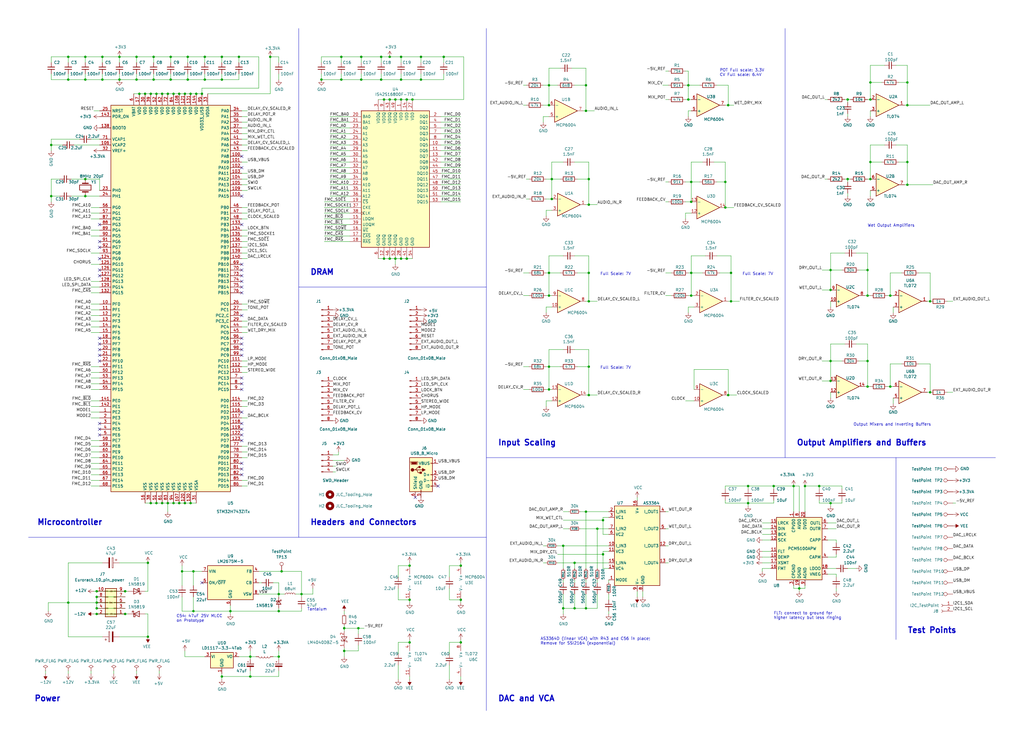
<source format=kicad_sch>
(kicad_sch (version 20230121) (generator eeschema)
  (paper "User" 457.2 330.2)
  (title_block (title "Retrospector v3") (rev "3") (company "Mountjoy Modular"))
  (junction (at 256.54 271.78))
  (junction (at 187.96 35.56))
  (junction (at 245.11 132.08))
  (junction (at 308.61 132.08))
  (junction (at 102.87 273.05))
  (junction (at 120.65 25.4))
  (junction (at 76.2 25.4))
  (junction (at 181.61 115.57))
  (junction (at 111.76 302.26))
  (junction (at 387.35 172.72))
  (junction (at 405.13 82.55))
  (junction (at 179.07 115.57))
  (junction (at 261.62 38.1))
  (junction (at 43.18 274.32))
  (junction (at 64.77 41.91))
  (junction (at 179.07 25.4))
  (junction (at 170.18 35.56))
  (junction (at 55.88 274.32))
  (junction (at 388.62 80.01))
  (junction (at 62.23 41.91))
  (junction (at 66.04 251.46))
  (junction (at 30.48 269.24))
  (junction (at 60.96 35.56))
  (junction (at 397.51 172.72))
  (junction (at 43.18 266.7))
  (junction (at 308.61 121.92))
  (junction (at 99.06 25.4))
  (junction (at 69.85 224.79))
  (junction (at 388.62 72.39))
  (junction (at 326.39 121.92))
  (junction (at 91.44 25.4))
  (junction (at 266.7 236.22))
  (junction (at 43.18 269.24))
  (junction (at 245.11 38.1))
  (junction (at 38.1 80.01))
  (junction (at 269.24 232.41))
  (junction (at 99.06 302.26))
  (junction (at 181.61 44.45))
  (junction (at 81.28 255.27))
  (junction (at 365.76 217.17))
  (junction (at 308.61 90.17))
  (junction (at 176.53 44.45))
  (junction (at 171.45 115.57))
  (junction (at 262.89 134.62))
  (junction (at 74.93 224.79))
  (junction (at 82.55 41.91))
  (junction (at 111.76 293.37))
  (junction (at 187.96 25.4))
  (junction (at 86.36 255.27))
  (junction (at 85.09 224.79))
  (junction (at 80.01 41.91))
  (junction (at 45.72 35.56))
  (junction (at 415.29 134.62))
  (junction (at 99.06 35.56))
  (junction (at 74.93 41.91))
  (junction (at 76.2 35.56))
  (junction (at 182.88 287.02))
  (junction (at 405.13 72.39))
  (junction (at 124.46 265.43))
  (junction (at 69.85 41.91))
  (junction (at 245.11 163.83))
  (junction (at 334.01 224.79))
  (junction (at 205.74 267.97))
  (junction (at 152.4 35.56))
  (junction (at 82.55 224.79))
  (junction (at 325.12 46.99))
  (junction (at 77.47 41.91))
  (junction (at 378.46 80.01))
  (junction (at 326.39 134.62))
  (junction (at 182.88 252.73))
  (junction (at 251.46 243.84))
  (junction (at 45.72 25.4))
  (junction (at 246.38 88.9))
  (junction (at 370.84 120.65))
  (junction (at 85.09 41.91))
  (junction (at 67.31 224.79))
  (junction (at 161.29 25.4))
  (junction (at 83.82 35.56))
  (junction (at 251.46 271.78))
  (junction (at 179.07 44.45))
  (junction (at 153.67 290.83))
  (junction (at 90.17 41.91))
  (junction (at 143.51 35.56))
  (junction (at 323.85 81.28))
  (junction (at 307.34 38.1))
  (junction (at 43.18 271.78))
  (junction (at 171.45 44.45))
  (junction (at 205.74 252.73))
  (junction (at 245.11 121.92))
  (junction (at 269.24 247.65))
  (junction (at 246.38 80.01))
  (junction (at 262.89 121.92))
  (junction (at 415.29 175.26))
  (junction (at 77.47 224.79))
  (junction (at 256.54 251.46))
  (junction (at 106.68 25.4))
  (junction (at 245.11 46.99))
  (junction (at 261.62 49.53))
  (junction (at 160.02 280.67))
  (junction (at 161.29 35.56))
  (junction (at 356.87 262.89))
  (junction (at 153.67 280.67))
  (junction (at 173.99 115.57))
  (junction (at 388.62 44.45))
  (junction (at 405.13 46.99))
  (junction (at 66.04 284.48))
  (junction (at 397.51 132.08))
  (junction (at 152.4 25.4))
  (junction (at 176.53 115.57))
  (junction (at 325.12 176.53))
  (junction (at 262.89 176.53))
  (junction (at 87.63 41.91))
  (junction (at 262.89 91.44))
  (junction (at 125.73 255.27))
  (junction (at 182.88 267.97))
  (junction (at 173.99 25.4))
  (junction (at 30.48 35.56))
  (junction (at 370.84 161.29))
  (junction (at 262.89 80.01))
  (junction (at 370.84 170.18))
  (junction (at 345.44 217.17))
  (junction (at 388.62 36.83))
  (junction (at 38.1 25.4))
  (junction (at 405.13 36.83))
  (junction (at 53.34 35.56))
  (junction (at 53.34 25.4))
  (junction (at 170.18 25.4))
  (junction (at 261.62 271.78))
  (junction (at 262.89 163.83))
  (junction (at 134.62 265.43))
  (junction (at 205.74 287.02))
  (junction (at 184.15 44.45))
  (junction (at 72.39 224.79))
  (junction (at 387.35 161.29))
  (junction (at 198.12 25.4))
  (junction (at 60.96 25.4))
  (junction (at 38.1 35.56))
  (junction (at 30.48 25.4))
  (junction (at 245.11 173.99))
  (junction (at 67.31 41.91))
  (junction (at 359.41 217.17))
  (junction (at 179.07 35.56))
  (junction (at 22.86 64.77))
  (junction (at 22.86 87.63))
  (junction (at 354.33 217.17))
  (junction (at 72.39 41.91))
  (junction (at 387.35 132.08))
  (junction (at 86.36 273.05))
  (junction (at 323.85 92.71))
  (junction (at 83.82 25.4))
  (junction (at 124.46 293.37))
  (junction (at 307.34 44.45))
  (junction (at 173.99 44.45))
  (junction (at 124.46 273.05))
  (junction (at 55.88 264.16))
  (junction (at 68.58 25.4))
  (junction (at 38.1 87.63))
  (junction (at 334.01 217.17))
  (junction (at 370.84 224.79))
  (junction (at 68.58 35.56))
  (junction (at 43.18 264.16))
  (junction (at 370.84 129.54))
  (junction (at 261.62 228.6))
  (junction (at 387.35 120.65))
  (junction (at 308.61 81.28))
  (junction (at 91.44 35.56))
  (junction (at 378.46 44.45))
  (junction (at 80.01 224.79))
  (no_connect (at 107.95 158.75))
  (no_connect (at 44.45 107.95))
  (no_connect (at 107.95 118.11))
  (no_connect (at 107.95 184.15))
  (no_connect (at 44.45 153.67))
  (no_connect (at 185.42 222.25))
  (no_connect (at 44.45 120.65))
  (no_connect (at 107.95 207.01))
  (no_connect (at 44.45 110.49))
  (no_connect (at 107.95 212.09))
  (no_connect (at 107.95 74.93))
  (no_connect (at 90.17 260.35))
  (no_connect (at 107.95 87.63))
  (no_connect (at 44.45 191.77))
  (no_connect (at 44.45 156.21))
  (no_connect (at 44.45 123.19))
  (no_connect (at 107.95 191.77))
  (no_connect (at 44.45 194.31))
  (no_connect (at 107.95 196.85))
  (no_connect (at 107.95 125.73))
  (no_connect (at 44.45 100.33))
  (no_connect (at 107.95 128.27))
  (no_connect (at 107.95 140.97))
  (no_connect (at 107.95 69.85))
  (no_connect (at 107.95 173.99))
  (no_connect (at 107.95 156.21))
  (no_connect (at 44.45 151.13))
  (no_connect (at 107.95 194.31))
  (no_connect (at 107.95 151.13))
  (no_connect (at 107.95 189.23))
  (no_connect (at 107.95 153.67))
  (no_connect (at 107.95 120.65))
  (no_connect (at 44.45 189.23))
  (no_connect (at 44.45 158.75))
  (no_connect (at 107.95 123.19))
  (no_connect (at 107.95 130.81))
  (no_connect (at 107.95 100.33))
  (no_connect (at 44.45 161.29))
  (no_connect (at 44.45 115.57))
  (no_connect (at 107.95 168.91))
  (no_connect (at 107.95 171.45))
  (no_connect (at 195.58 217.17))
  (no_connect (at 107.95 209.55))
  (wire (pts (xy 262.89 114.3) (xy 262.89 121.92)))
  (wire (pts (xy 367.03 129.54) (xy 370.84 129.54)))
  (wire (pts (xy 369.57 248.92) (xy 373.38 248.92)))
  (wire (pts (xy 246.38 93.98) (xy 243.84 93.98)))
  (wire (pts (xy 377.19 80.01) (xy 378.46 80.01)))
  (wire (pts (xy 43.18 264.16) (xy 55.88 264.16)))
  (wire (pts (xy 40.64 196.85) (xy 44.45 196.85)))
  (wire (pts (xy 80.01 41.91) (xy 82.55 41.91)))
  (wire (pts (xy 377.19 153.67) (xy 370.84 153.67)))
  (wire (pts (xy 297.18 121.92) (xy 299.72 121.92)))
  (wire (pts (xy 110.49 179.07) (xy 107.95 179.07)))
  (wire (pts (xy 397.51 132.08) (xy 398.78 132.08)))
  (wire (pts (xy 245.11 30.48) (xy 245.11 38.1)))
  (wire (pts (xy 356.87 217.17) (xy 356.87 228.6)))
  (wire (pts (xy 205.74 74.93) (xy 196.85 74.93)))
  (wire (pts (xy 377.19 44.45) (xy 378.46 44.45)))
  (wire (pts (xy 124.46 290.83) (xy 124.46 293.37)))
  (wire (pts (xy 86.36 266.7) (xy 86.36 273.05)))
  (wire (pts (xy 334.01 224.79) (xy 345.44 224.79)))
  (wire (pts (xy 325.12 38.1) (xy 325.12 46.99)))
  (wire (pts (xy 397.51 172.72) (xy 398.78 172.72)))
  (wire (pts (xy 242.57 38.1) (xy 245.11 38.1)))
  (wire (pts (xy 110.49 105.41) (xy 107.95 105.41)))
  (wire (pts (xy 370.84 161.29) (xy 370.84 170.18)))
  (wire (pts (xy 132.08 265.43) (xy 134.62 265.43)))
  (wire (pts (xy 243.84 88.9) (xy 246.38 88.9)))
  (wire (pts (xy 22.86 27.94) (xy 22.86 25.4)))
  (wire (pts (xy 306.07 179.07) (xy 309.88 179.07)))
  (wire (pts (xy 82.55 224.79) (xy 85.09 224.79)))
  (wire (pts (xy 297.18 31.75) (xy 298.45 31.75)))
  (wire (pts (xy 62.23 41.91) (xy 64.77 41.91)))
  (wire (pts (xy 40.64 125.73) (xy 44.45 125.73)))
  (wire (pts (xy 77.47 224.79) (xy 80.01 224.79)))
  (wire (pts (xy 334.01 217.17) (xy 345.44 217.17)))
  (wire (pts (xy 152.4 35.56) (xy 161.29 35.56)))
  (wire (pts (xy 245.11 38.1) (xy 245.11 46.99)))
  (wire (pts (xy 125.73 255.27) (xy 115.57 255.27)))
  (wire (pts (xy 340.36 246.38) (xy 344.17 246.38)))
  (wire (pts (xy 110.49 181.61) (xy 107.95 181.61)))
  (wire (pts (xy 22.86 35.56) (xy 30.48 35.56)))
  (wire (pts (xy 251.46 114.3) (xy 245.11 114.3)))
  (wire (pts (xy 156.21 69.85) (xy 147.32 69.85)))
  (wire (pts (xy 251.46 254) (xy 251.46 243.84)))
  (wire (pts (xy 356.87 217.17) (xy 354.33 217.17)))
  (wire (pts (xy 425.45 224.79) (xy 426.72 224.79)))
  (wire (pts (xy 307.34 121.92) (xy 308.61 121.92)))
  (wire (pts (xy 245.11 114.3) (xy 245.11 121.92)))
  (wire (pts (xy 367.03 161.29) (xy 370.84 161.29)))
  (wire (pts (xy 40.64 113.03) (xy 44.45 113.03)))
  (wire (pts (xy 325.12 46.99) (xy 323.85 46.99)))
  (wire (pts (xy 387.35 153.67) (xy 387.35 161.29)))
  (wire (pts (xy 107.95 143.51) (xy 110.49 143.51)))
  (wire (pts (xy 151.13 203.2) (xy 151.13 201.93)))
  (wire (pts (xy 382.27 113.03) (xy 387.35 113.03)))
  (wire (pts (xy 44.45 140.97) (xy 40.64 140.97)))
  (wire (pts (xy 298.45 38.1) (xy 295.91 38.1)))
  (wire (pts (xy 40.64 199.39) (xy 44.45 199.39)))
  (wire (pts (xy 359.41 217.17) (xy 365.76 217.17)))
  (wire (pts (xy 403.86 82.55) (xy 405.13 82.55)))
  (wire (pts (xy 44.45 168.91) (xy 40.64 168.91)))
  (wire (pts (xy 45.72 27.94) (xy 45.72 25.4)))
  (wire (pts (xy 22.86 25.4) (xy 30.48 25.4)))
  (wire (pts (xy 340.36 236.22) (xy 344.17 236.22)))
  (wire (pts (xy 40.64 135.89) (xy 44.45 135.89)))
  (wire (pts (xy 64.77 274.32) (xy 66.04 274.32)))
  (wire (pts (xy 306.07 31.75) (xy 307.34 31.75)))
  (wire (pts (xy 177.8 252.73) (xy 182.88 252.73)))
  (wire (pts (xy 143.51 27.94) (xy 143.51 25.4)))
  (wire (pts (xy 400.05 29.21) (xy 405.13 29.21)))
  (wire (pts (xy 308.61 132.08) (xy 309.88 132.08)))
  (wire (pts (xy 144.78 95.25) (xy 156.21 95.25)))
  (wire (pts (xy 398.78 137.16) (xy 398.78 139.7)))
  (wire (pts (xy 375.92 223.52) (xy 375.92 224.79)))
  (wire (pts (xy 328.93 176.53) (xy 325.12 176.53)))
  (wire (pts (xy 306.07 95.25) (xy 306.07 97.79)))
  (wire (pts (xy 387.35 161.29) (xy 383.54 161.29)))
  (wire (pts (xy 187.96 27.94) (xy 187.96 25.4)))
  (wire (pts (xy 143.51 25.4) (xy 152.4 25.4)))
  (wire (pts (xy 143.51 35.56) (xy 152.4 35.56)))
  (wire (pts (xy 251.46 72.39) (xy 246.38 72.39)))
  (wire (pts (xy 124.46 302.26) (xy 111.76 302.26)))
  (wire (pts (xy 256.54 72.39) (xy 262.89 72.39)))
  (wire (pts (xy 124.46 265.43) (xy 124.46 266.7)))
  (wire (pts (xy 153.67 289.56) (xy 153.67 290.83)))
  (wire (pts (xy 40.64 207.01) (xy 44.45 207.01)))
  (wire (pts (xy 153.67 280.67) (xy 153.67 281.94)))
  (wire (pts (xy 373.38 262.89) (xy 373.38 264.16)))
  (wire (pts (xy 261.62 271.78) (xy 266.7 271.78)))
  (wire (pts (xy 177.8 292.1) (xy 177.8 287.02)))
  (wire (pts (xy 309.88 165.1) (xy 309.88 173.99)))
  (wire (pts (xy 354.33 262.89) (xy 356.87 262.89)))
  (wire (pts (xy 134.62 265.43) (xy 134.62 266.7)))
  (wire (pts (xy 261.62 30.48) (xy 261.62 38.1)))
  (wire (pts (xy 147.32 57.15) (xy 156.21 57.15)))
  (wire (pts (xy 76.2 35.56) (xy 83.82 35.56)))
  (wire (pts (xy 124.46 27.94) (xy 124.46 25.4)))
  (wire (pts (xy 271.78 231.14) (xy 269.24 231.14)))
  (wire (pts (xy 44.45 184.15) (xy 40.64 184.15)))
  (wire (pts (xy 106.68 27.94) (xy 106.68 25.4)))
  (wire (pts (xy 110.49 52.07) (xy 107.95 52.07)))
  (wire (pts (xy 256.54 251.46) (xy 271.78 251.46)))
  (wire (pts (xy 251.46 228.6) (xy 254 228.6)))
  (wire (pts (xy 205.74 85.09) (xy 196.85 85.09)))
  (wire (pts (xy 90.17 41.91) (xy 90.17 39.37)))
  (wire (pts (xy 107.95 186.69) (xy 110.49 186.69)))
  (wire (pts (xy 67.31 224.79) (xy 69.85 224.79)))
  (wire (pts (xy 269.24 232.41) (xy 269.24 238.76)))
  (wire (pts (xy 161.29 27.94) (xy 161.29 25.4)))
  (wire (pts (xy 81.28 255.27) (xy 81.28 261.62)))
  (wire (pts (xy 179.07 44.45) (xy 176.53 44.45)))
  (wire (pts (xy 340.36 254) (xy 340.36 255.27)))
  (wire (pts (xy 107.95 166.37) (xy 110.49 166.37)))
  (wire (pts (xy 325.12 134.62) (xy 326.39 134.62)))
  (wire (pts (xy 242.57 52.07) (xy 242.57 54.61)))
  (wire (pts (xy 115.57 265.43) (xy 124.46 265.43)))
  (wire (pts (xy 369.57 241.3) (xy 373.38 241.3)))
  (wire (pts (xy 144.78 90.17) (xy 156.21 90.17)))
  (wire (pts (xy 110.49 57.15) (xy 107.95 57.15)))
  (wire (pts (xy 124.46 299.72) (xy 124.46 302.26)))
  (wire (pts (xy 181.61 44.45) (xy 179.07 44.45)))
  (wire (pts (xy 110.49 54.61) (xy 107.95 54.61)))
  (wire (pts (xy 44.45 173.99) (xy 40.64 173.99)))
  (wire (pts (xy 233.68 132.08) (xy 236.22 132.08)))
  (wire (pts (xy 107.95 138.43) (xy 110.49 138.43)))
  (wire (pts (xy 297.18 81.28) (xy 298.45 81.28)))
  (wire (pts (xy 44.45 138.43) (xy 40.64 138.43)))
  (wire (pts (xy 60.96 35.56) (xy 68.58 35.56)))
  (wire (pts (xy 284.48 222.25) (xy 284.48 223.52)))
  (wire (pts (xy 22.86 87.63) (xy 22.86 90.17)))
  (wire (pts (xy 340.36 251.46) (xy 344.17 251.46)))
  (wire (pts (xy 375.92 218.44) (xy 375.92 217.17)))
  (wire (pts (xy 156.21 80.01) (xy 147.32 80.01)))
  (wire (pts (xy 298.45 44.45) (xy 297.18 44.45)))
  (wire (pts (xy 370.84 120.65) (xy 370.84 129.54)))
  (wire (pts (xy 245.11 163.83) (xy 245.11 173.99)))
  (wire (pts (xy 309.88 165.1) (xy 325.12 165.1)))
  (wire (pts (xy 106.68 33.02) (xy 106.68 35.56)))
  (wire (pts (xy 251.46 156.21) (xy 245.11 156.21)))
  (wire (pts (xy 233.68 173.99) (xy 236.22 173.99)))
  (wire (pts (xy 124.46 271.78) (xy 124.46 273.05)))
  (wire (pts (xy 248.92 251.46) (xy 256.54 251.46)))
  (wire (pts (xy 177.8 287.02) (xy 182.88 287.02)))
  (wire (pts (xy 261.62 91.44) (xy 262.89 91.44)))
  (wire (pts (xy 40.64 214.63) (xy 44.45 214.63)))
  (wire (pts (xy 179.07 115.57) (xy 181.61 115.57)))
  (wire (pts (xy 265.43 49.53) (xy 261.62 49.53)))
  (wire (pts (xy 44.45 64.77) (xy 33.02 64.77)))
  (wire (pts (xy 44.45 146.05) (xy 40.64 146.05)))
  (wire (pts (xy 367.03 120.65) (xy 370.84 120.65)))
  (wire (pts (xy 181.61 115.57) (xy 184.15 115.57)))
  (polyline (pts (xy 12.7 240.03) (xy 217.17 240.03)))
  (wire (pts (xy 156.21 59.69) (xy 147.32 59.69)))
  (wire (pts (xy 110.49 95.25) (xy 107.95 95.25)))
  (wire (pts (xy 394.97 64.77) (xy 388.62 64.77)))
  (wire (pts (xy 251.46 274.32) (xy 251.46 271.78)))
  (wire (pts (xy 45.72 35.56) (xy 53.34 35.56)))
  (wire (pts (xy 68.58 25.4) (xy 76.2 25.4)))
  (wire (pts (xy 110.49 107.95) (xy 107.95 107.95)))
  (wire (pts (xy 387.35 113.03) (xy 387.35 120.65)))
  (wire (pts (xy 365.76 218.44) (xy 365.76 217.17)))
  (wire (pts (xy 82.55 293.37) (xy 91.44 293.37)))
  (wire (pts (xy 83.82 25.4) (xy 91.44 25.4)))
  (wire (pts (xy 110.49 72.39) (xy 107.95 72.39)))
  (wire (pts (xy 375.92 120.65) (xy 370.84 120.65)))
  (wire (pts (xy 41.91 264.16) (xy 43.18 264.16)))
  (wire (pts (xy 320.04 38.1) (xy 325.12 38.1)))
  (wire (pts (xy 251.46 259.08) (xy 251.46 260.35)))
  (wire (pts (xy 156.21 74.93) (xy 147.32 74.93)))
  (wire (pts (xy 387.35 80.01) (xy 388.62 80.01)))
  (wire (pts (xy 110.49 80.01) (xy 107.95 80.01)))
  (wire (pts (xy 256.54 259.08) (xy 256.54 260.35)))
  (wire (pts (xy 397.51 162.56) (xy 402.59 162.56)))
  (wire (pts (xy 168.91 115.57) (xy 171.45 115.57)))
  (wire (pts (xy 45.72 33.02) (xy 45.72 35.56)))
  (wire (pts (xy 71.12 300.99) (xy 71.12 299.72)))
  (wire (pts (xy 308.61 81.28) (xy 308.61 90.17)))
  (wire (pts (xy 99.06 300.99) (xy 99.06 302.26)))
  (wire (pts (xy 388.62 72.39) (xy 388.62 80.01)))
  (wire (pts (xy 182.88 251.46) (xy 182.88 252.73)))
  (wire (pts (xy 102.87 274.32) (xy 102.87 273.05)))
  (wire (pts (xy 307.34 132.08) (xy 308.61 132.08)))
  (wire (pts (xy 308.61 114.3) (xy 308.61 121.92)))
  (wire (pts (xy 40.64 204.47) (xy 44.45 204.47)))
  (wire (pts (xy 134.62 265.43) (xy 134.62 255.27)))
  (wire (pts (xy 40.64 212.09) (xy 44.45 212.09)))
  (wire (pts (xy 143.51 35.56) (xy 143.51 33.02)))
  (wire (pts (xy 153.67 290.83) (xy 160.02 290.83)))
  (wire (pts (xy 359.41 217.17) (xy 359.41 228.6)))
  (wire (pts (xy 26.67 80.01) (xy 22.86 80.01)))
  (wire (pts (xy 307.34 52.07) (xy 307.34 49.53)))
  (wire (pts (xy 242.57 46.99) (xy 245.11 46.99)))
  (wire (pts (xy 176.53 44.45) (xy 173.99 44.45)))
  (wire (pts (xy 250.19 163.83) (xy 245.11 163.83)))
  (wire (pts (xy 147.32 54.61) (xy 156.21 54.61)))
  (wire (pts (xy 256.54 265.43) (xy 256.54 271.78)))
  (wire (pts (xy 266.7 236.22) (xy 271.78 236.22)))
  (wire (pts (xy 269.24 246.38) (xy 271.78 246.38)))
  (wire (pts (xy 415.29 121.92) (xy 415.29 134.62)))
  (polyline (pts (xy 133.35 240.03) (xy 133.35 12.7)))
  (wire (pts (xy 245.11 132.08) (xy 246.38 132.08)))
  (wire (pts (xy 369.57 233.68) (xy 373.38 233.68)))
  (wire (pts (xy 284.48 264.16) (xy 284.48 266.7)))
  (wire (pts (xy 124.46 273.05) (xy 134.62 273.05)))
  (wire (pts (xy 44.45 92.71) (xy 40.64 92.71)))
  (wire (pts (xy 388.62 36.83) (xy 388.62 44.45)))
  (wire (pts (xy 53.34 33.02) (xy 53.34 35.56)))
  (wire (pts (xy 257.81 163.83) (xy 262.89 163.83)))
  (wire (pts (xy 22.86 87.63) (xy 26.67 87.63)))
  (wire (pts (xy 86.36 255.27) (xy 86.36 261.62)))
  (wire (pts (xy 69.85 41.91) (xy 72.39 41.91)))
  (wire (pts (xy 200.66 297.18) (xy 200.66 303.53)))
  (wire (pts (xy 139.7 262.89) (xy 139.7 265.43)))
  (wire (pts (xy 38.1 35.56) (xy 45.72 35.56)))
  (wire (pts (xy 64.77 264.16) (xy 66.04 264.16)))
  (wire (pts (xy 124.46 260.35) (xy 124.46 265.43)))
  (wire (pts (xy 83.82 35.56) (xy 91.44 35.56)))
  (wire (pts (xy 262.89 121.92) (xy 262.89 134.62)))
  (wire (pts (xy 182.88 285.75) (xy 182.88 287.02)))
  (wire (pts (xy 91.44 33.02) (xy 91.44 35.56)))
  (wire (pts (xy 38.1 27.94) (xy 38.1 25.4)))
  (wire (pts (xy 297.18 236.22) (xy 298.45 236.22)))
  (wire (pts (xy 377.19 113.03) (xy 370.84 113.03)))
  (wire (pts (xy 53.34 25.4) (xy 60.96 25.4)))
  (wire (pts (xy 110.49 199.39) (xy 107.95 199.39)))
  (wire (pts (xy 200.66 267.97) (xy 205.74 267.97)))
  (wire (pts (xy 205.74 90.17) (xy 196.85 90.17)))
  (wire (pts (xy 43.18 269.24) (xy 43.18 271.78)))
  (wire (pts (xy 99.06 35.56) (xy 106.68 35.56)))
  (wire (pts (xy 393.7 36.83) (xy 388.62 36.83)))
  (wire (pts (xy 386.08 132.08) (xy 387.35 132.08)))
  (wire (pts (xy 205.74 77.47) (xy 196.85 77.47)))
  (wire (pts (xy 22.86 62.23) (xy 35.56 62.23)))
  (wire (pts (xy 233.68 163.83) (xy 236.22 163.83)))
  (wire (pts (xy 152.4 35.56) (xy 152.4 33.02)))
  (wire (pts (xy 76.2 33.02) (xy 76.2 35.56)))
  (wire (pts (xy 397.51 172.72) (xy 397.51 162.56)))
  (wire (pts (xy 44.45 186.69) (xy 40.64 186.69)))
  (polyline (pts (xy 350.52 12.7) (xy 350.52 204.47)))
  (wire (pts (xy 262.89 80.01) (xy 262.89 91.44)))
  (wire (pts (xy 207.01 25.4) (xy 207.01 44.45)))
  (wire (pts (xy 40.64 102.87) (xy 44.45 102.87)))
  (wire (pts (xy 68.58 33.02) (xy 68.58 35.56)))
  (wire (pts (xy 182.88 302.26) (xy 182.88 303.53)))
  (wire (pts (xy 373.38 241.3) (xy 373.38 242.57)))
  (wire (pts (xy 156.21 82.55) (xy 147.32 82.55)))
  (wire (pts (xy 307.34 44.45) (xy 308.61 44.45)))
  (wire (pts (xy 99.06 27.94) (xy 99.06 25.4)))
  (wire (pts (xy 134.62 273.05) (xy 134.62 271.78)))
  (wire (pts (xy 312.42 81.28) (xy 308.61 81.28)))
  (wire (pts (xy 31.75 80.01) (xy 38.1 80.01)))
  (wire (pts (xy 66.04 274.32) (xy 66.04 284.48)))
  (wire (pts (xy 44.45 166.37) (xy 40.64 166.37)))
  (wire (pts (xy 59.69 41.91) (xy 62.23 41.91)))
  (wire (pts (xy 205.74 59.69) (xy 196.85 59.69)))
  (wire (pts (xy 320.04 114.3) (xy 326.39 114.3)))
  (wire (pts (xy 81.28 252.73) (xy 81.28 255.27)))
  (wire (pts (xy 243.84 179.07) (xy 243.84 181.61)))
  (wire (pts (xy 340.36 248.92) (xy 344.17 248.92)))
  (wire (pts (xy 107.95 163.83) (xy 110.49 163.83)))
  (wire (pts (xy 271.78 254) (xy 269.24 254)))
  (wire (pts (xy 107.95 82.55) (xy 110.49 82.55)))
  (wire (pts (xy 243.84 132.08) (xy 245.11 132.08)))
  (wire (pts (xy 179.07 25.4) (xy 173.99 25.4)))
  (wire (pts (xy 160.02 283.21) (xy 160.02 280.67)))
  (wire (pts (xy 297.18 90.17) (xy 298.45 90.17)))
  (wire (pts (xy 147.32 52.07) (xy 156.21 52.07)))
  (wire (pts (xy 162.56 280.67) (xy 160.02 280.67)))
  (wire (pts (xy 21.59 269.24) (xy 30.48 269.24)))
  (wire (pts (xy 160.02 280.67) (xy 153.67 280.67)))
  (wire (pts (xy 44.45 148.59) (xy 40.64 148.59)))
  (wire (pts (xy 177.8 257.81) (xy 177.8 252.73)))
  (wire (pts (xy 205.74 54.61) (xy 196.85 54.61)))
  (wire (pts (xy 405.13 36.83) (xy 405.13 46.99)))
  (wire (pts (xy 344.17 254) (xy 340.36 254)))
  (wire (pts (xy 271.78 259.08) (xy 271.78 260.35)))
  (wire (pts (xy 176.53 118.11) (xy 176.53 115.57)))
  (wire (pts (xy 397.51 132.08) (xy 397.51 121.92)))
  (wire (pts (xy 68.58 27.94) (xy 68.58 25.4)))
  (wire (pts (xy 149.86 210.82) (xy 148.59 210.82)))
  (wire (pts (xy 422.91 175.26) (xy 425.45 175.26)))
  (wire (pts (xy 66.04 251.46) (xy 53.34 251.46)))
  (wire (pts (xy 69.85 224.79) (xy 72.39 224.79)))
  (wire (pts (xy 410.21 162.56) (xy 415.29 162.56)))
  (wire (pts (xy 102.87 270.51) (xy 102.87 273.05)))
  (wire (pts (xy 345.44 223.52) (xy 345.44 224.79)))
  (wire (pts (xy 198.12 27.94) (xy 198.12 25.4)))
  (wire (pts (xy 259.08 236.22) (xy 266.7 236.22)))
  (wire (pts (xy 251.46 265.43) (xy 251.46 271.78)))
  (wire (pts (xy 81.28 255.27) (xy 86.36 255.27)))
  (wire (pts (xy 205.74 67.31) (xy 196.85 67.31)))
  (wire (pts (xy 415.29 162.56) (xy 415.29 175.26)))
  (wire (pts (xy 271.78 273.05) (xy 271.78 274.32)))
  (wire (pts (xy 205.74 82.55) (xy 196.85 82.55)))
  (wire (pts (xy 107.95 102.87) (xy 110.49 102.87)))
  (wire (pts (xy 321.31 121.92) (xy 326.39 121.92)))
  (wire (pts (xy 243.84 80.01) (xy 246.38 80.01)))
  (wire (pts (xy 382.27 153.67) (xy 387.35 153.67)))
  (wire (pts (xy 76.2 25.4) (xy 76.2 27.94)))
  (wire (pts (xy 20.32 299.72) (xy 20.32 300.99)))
  (wire (pts (xy 369.57 254) (xy 373.38 254)))
  (wire (pts (xy 156.21 67.31) (xy 147.32 67.31)))
  (wire (pts (xy 198.12 25.4) (xy 207.01 25.4)))
  (wire (pts (xy 176.53 115.57) (xy 179.07 115.57)))
  (wire (pts (xy 260.35 49.53) (xy 261.62 49.53)))
  (wire (pts (xy 81.28 273.05) (xy 86.36 273.05)))
  (wire (pts (xy 306.07 44.45) (xy 307.34 44.45)))
  (wire (pts (xy 110.49 97.79) (xy 107.95 97.79)))
  (wire (pts (xy 30.48 251.46) (xy 30.48 269.24)))
  (wire (pts (xy 378.46 45.72) (xy 378.46 44.45)))
  (wire (pts (xy 200.66 252.73) (xy 205.74 252.73)))
  (wire (pts (xy 245.11 121.92) (xy 245.11 132.08)))
  (wire (pts (xy 403.86 46.99) (xy 405.13 46.99)))
  (wire (pts (xy 111.76 299.72) (xy 111.76 302.26)))
  (wire (pts (xy 173.99 115.57) (xy 176.53 115.57)))
  (wire (pts (xy 334.01 218.44) (xy 334.01 217.17)))
  (wire (pts (xy 31.75 87.63) (xy 38.1 87.63)))
  (wire (pts (xy 266.7 176.53) (xy 262.89 176.53)))
  (wire (pts (xy 243.84 137.16) (xy 243.84 139.7)))
  (wire (pts (xy 261.62 254) (xy 261.62 228.6)))
  (wire (pts (xy 38.1 25.4) (xy 45.72 25.4)))
  (wire (pts (xy 250.19 30.48) (xy 245.11 30.48)))
  (wire (pts (xy 266.7 134.62) (xy 262.89 134.62)))
  (wire (pts (xy 414.02 175.26) (xy 415.29 175.26)))
  (wire (pts (xy 90.17 39.37) (xy 115.57 39.37)))
  (wire (pts (xy 250.19 80.01) (xy 246.38 80.01)))
  (wire (pts (xy 323.85 218.44) (xy 323.85 217.17)))
  (wire (pts (xy 153.67 273.05) (xy 153.67 274.32)))
  (wire (pts (xy 21.59 273.05) (xy 21.59 269.24)))
  (wire (pts (xy 207.01 44.45) (xy 184.15 44.45)))
  (wire (pts (xy 246.38 72.39) (xy 246.38 80.01)))
  (wire (pts (xy 251.46 236.22) (xy 254 236.22)))
  (wire (pts (xy 30.48 35.56) (xy 30.48 33.02)))
  (wire (pts (xy 55.88 266.7) (xy 43.18 266.7)))
  (wire (pts (xy 60.96 35.56) (xy 60.96 33.02)))
  (wire (pts (xy 22.86 67.31) (xy 22.86 64.77)))
  (wire (pts (xy 170.18 25.4) (xy 173.99 25.4)))
  (wire (pts (xy 345.44 217.17) (xy 354.33 217.17)))
  (wire (pts (xy 156.21 85.09) (xy 147.32 85.09)))
  (wire (pts (xy 365.76 217.17) (xy 375.92 217.17)))
  (wire (pts (xy 250.19 121.92) (xy 245.11 121.92)))
  (wire (pts (xy 378.46 44.45) (xy 379.73 44.45)))
  (wire (pts (xy 271.78 265.43) (xy 271.78 267.97)))
  (wire (pts (xy 205.74 80.01) (xy 196.85 80.01)))
  (wire (pts (xy 205.74 52.07) (xy 196.85 52.07)))
  (wire (pts (xy 387.35 132.08) (xy 387.35 120.65)))
  (wire (pts (xy 66.04 284.48) (xy 53.34 284.48)))
  (wire (pts (xy 248.92 38.1) (xy 245.11 38.1)))
  (wire (pts (xy 359.41 261.62) (xy 359.41 262.89)))
  (wire (pts (xy 160.02 290.83) (xy 160.02 288.29)))
  (wire (pts (xy 327.66 92.71) (xy 323.85 92.71)))
  (wire (pts (xy 245.11 156.21) (xy 245.11 163.83)))
  (wire (pts (xy 297.18 228.6) (xy 298.45 228.6)))
  (wire (pts (xy 323.85 81.28) (xy 323.85 92.71)))
  (wire (pts (xy 72.39 224.79) (xy 74.93 224.79)))
  (wire (pts (xy 205.74 64.77) (xy 196.85 64.77)))
  (wire (pts (xy 205.74 69.85) (xy 196.85 69.85)))
  (wire (pts (xy 234.95 88.9) (xy 236.22 88.9)))
  (wire (pts (xy 356.87 262.89) (xy 356.87 264.16)))
  (wire (pts (xy 233.68 46.99) (xy 234.95 46.99)))
  (wire (pts (xy 80.01 224.79) (xy 82.55 224.79)))
  (wire (pts (xy 177.8 267.97) (xy 182.88 267.97)))
  (wire (pts (xy 45.72 284.48) (xy 30.48 284.48)))
  (wire (pts (xy 171.45 115.57) (xy 173.99 115.57)))
  (wire (pts (xy 369.57 256.54) (xy 373.38 256.54)))
  (wire (pts (xy 115.57 39.37) (xy 115.57 25.4)))
  (wire (pts (xy 266.7 91.44) (xy 262.89 91.44)))
  (wire (pts (xy 111.76 290.83) (xy 111.76 293.37)))
  (wire (pts (xy 161.29 25.4) (xy 170.18 25.4)))
  (wire (pts (xy 107.95 110.49) (xy 110.49 110.49)))
  (wire (pts (xy 106.68 293.37) (xy 111.76 293.37)))
  (wire (pts (xy 44.45 179.07) (xy 40.64 179.07)))
  (wire (pts (xy 325.12 46.99) (xy 327.66 46.99)))
  (wire (pts (xy 148.59 208.28) (xy 149.86 208.28)))
  (wire (pts (xy 110.49 92.71) (xy 107.95 92.71)))
  (wire (pts (xy 38.1 33.02) (xy 38.1 35.56)))
  (wire (pts (xy 205.74 57.15) (xy 196.85 57.15)))
  (wire (pts (xy 44.45 85.09) (xy 44.45 80.01)))
  (wire (pts (xy 115.57 25.4) (xy 106.68 25.4)))
  (wire (pts (xy 323.85 217.17) (xy 334.01 217.17)))
  (wire (pts (xy 82.55 290.83) (xy 82.55 293.37)))
  (wire (pts (xy 179.07 27.94) (xy 179.07 25.4)))
  (wire (pts (xy 22.86 64.77) (xy 22.86 62.23)))
  (wire (pts (xy 82.55 41.91) (xy 85.09 41.91)))
  (wire (pts (xy 386.08 172.72) (xy 387.35 172.72)))
  (wire (pts (xy 234.95 80.01) (xy 236.22 80.01)))
  (wire (pts (xy 44.45 80.01) (xy 38.1 80.01)))
  (wire (pts (xy 110.49 146.05) (xy 107.95 146.05)))
  (wire (pts (xy 99.06 33.02) (xy 99.06 35.56)))
  (wire (pts (xy 422.91 134.62) (xy 425.45 134.62)))
  (wire (pts (xy 72.39 41.91) (xy 74.93 41.91)))
  (wire (pts (xy 91.44 27.94) (xy 91.44 25.4)))
  (wire (pts (xy 393.7 72.39) (xy 388.62 72.39)))
  (wire (pts (xy 170.18 27.94) (xy 170.18 25.4)))
  (wire (pts (xy 387.35 120.65) (xy 383.54 120.65)))
  (wire (pts (xy 22.86 35.56) (xy 22.86 33.02)))
  (wire (pts (xy 405.13 46.99) (xy 415.29 46.99)))
  (wire (pts (xy 200.66 262.89) (xy 200.66 267.97)))
  (wire (pts (xy 156.21 72.39) (xy 147.32 72.39)))
  (wire (pts (xy 200.66 257.81) (xy 200.66 252.73)))
  (wire (pts (xy 255.27 30.48) (xy 261.62 30.48)))
  (wire (pts (xy 297.18 243.84) (xy 298.45 243.84)))
  (wire (pts (xy 120.65 25.4) (xy 120.65 41.91)))
  (wire (pts (xy 40.64 299.72) (xy 40.64 300.99)))
  (wire (pts (xy 67.31 41.91) (xy 69.85 41.91)))
  (wire (pts (xy 368.3 80.01) (xy 369.57 80.01)))
  (wire (pts (xy 153.67 279.4) (xy 153.67 280.67)))
  (wire (pts (xy 44.45 97.79) (xy 40.64 97.79)))
  (wire (pts (xy 256.54 254) (xy 256.54 251.46)))
  (wire (pts (xy 85.09 224.79) (xy 87.63 224.79)))
  (wire (pts (xy 86.36 255.27) (xy 90.17 255.27)))
  (wire (pts (xy 257.81 80.01) (xy 262.89 80.01)))
  (wire (pts (xy 308.61 121.92) (xy 308.61 132.08)))
  (wire (pts (xy 354.33 217.17) (xy 354.33 228.6)))
  (wire (pts (xy 156.21 87.63) (xy 147.32 87.63)))
  (wire (pts (xy 83.82 35.56) (xy 83.82 33.02)))
  (wire (pts (xy 64.77 41.91) (xy 67.31 41.91)))
  (wire (pts (xy 314.96 114.3) (xy 308.61 114.3)))
  (wire (pts (xy 306.07 81.28) (xy 308.61 81.28)))
  (wire (pts (xy 43.18 266.7) (xy 43.18 269.24)))
  (wire (pts (xy 370.84 153.67) (xy 370.84 161.29)))
  (wire (pts (xy 110.49 204.47) (xy 107.95 204.47)))
  (wire (pts (xy 378.46 80.01) (xy 379.73 80.01)))
  (wire (pts (xy 152.4 25.4) (xy 161.29 25.4)))
  (wire (pts (xy 60.96 27.94) (xy 60.96 25.4)))
  (wire (pts (xy 111.76 293.37) (xy 114.3 293.37)))
  (wire (pts (xy 313.69 72.39) (xy 308.61 72.39)))
  (wire (pts (xy 45.72 251.46) (xy 30.48 251.46)))
  (wire (pts (xy 246.38 137.16) (xy 243.84 137.16)))
  (wire (pts (xy 373.38 247.65) (xy 373.38 248.92)))
  (wire (pts (xy 76.2 25.4) (xy 83.82 25.4)))
  (wire (pts (xy 153.67 290.83) (xy 153.67 293.37)))
  (wire (pts (xy 110.49 62.23) (xy 107.95 62.23)))
  (wire (pts (xy 370.84 113.03) (xy 370.84 120.65)))
  (wire (pts (xy 326.39 121.92) (xy 326.39 134.62)))
  (wire (pts (xy 60.96 299.72) (xy 60.96 300.99)))
  (wire (pts (xy 256.54 156.21) (xy 262.89 156.21)))
  (wire (pts (xy 179.07 35.56) (xy 187.96 35.56)))
  (wire (pts (xy 30.48 25.4) (xy 38.1 25.4)))
  (wire (pts (xy 387.35 172.72) (xy 388.62 172.72)))
  (wire (pts (xy 200.66 287.02) (xy 205.74 287.02)))
  (wire (pts (xy 107.95 161.29) (xy 110.49 161.29)))
  (wire (pts (xy 144.78 92.71) (xy 156.21 92.71)))
  (wire (pts (xy 44.45 143.51) (xy 40.64 143.51)))
  (wire (pts (xy 50.8 299.72) (xy 50.8 300.99)))
  (wire (pts (xy 365.76 224.79) (xy 370.84 224.79)))
  (wire (pts (xy 74.93 224.79) (xy 74.93 228.6)))
  (wire (pts (xy 66.04 264.16) (xy 66.04 251.46)))
  (wire (pts (xy 205.74 62.23) (xy 196.85 62.23)))
  (wire (pts (xy 92.71 41.91) (xy 120.65 41.91)))
  (wire (pts (xy 22.86 80.01) (xy 22.86 87.63)))
  (wire (pts (xy 251.46 243.84) (xy 271.78 243.84)))
  (wire (pts (xy 261.62 38.1) (xy 261.62 49.53)))
  (wire (pts (xy 307.34 49.53) (xy 308.61 49.53)))
  (wire (pts (xy 205.74 87.63) (xy 196.85 87.63)))
  (wire (pts (xy 340.36 233.68) (xy 344.17 233.68)))
  (wire (pts (xy 309.88 137.16) (xy 307.34 137.16)))
  (wire (pts (xy 320.04 81.28) (xy 323.85 81.28)))
  (wire (pts (xy 266.7 265.43) (xy 266.7 271.78)))
  (wire (pts (xy 40.64 217.17) (xy 44.45 217.17)))
  (wire (pts (xy 41.91 274.32) (xy 43.18 274.32)))
  (wire (pts (xy 313.69 121.92) (xy 308.61 121.92)))
  (wire (pts (xy 156.21 100.33) (xy 144.78 100.33)))
  (polyline (pts (xy 217.17 12.7) (xy 217.17 317.5)))
  (wire (pts (xy 397.51 121.92) (xy 402.59 121.92)))
  (wire (pts (xy 110.49 64.77) (xy 107.95 64.77)))
  (polyline (pts (xy 217.17 128.27) (xy 133.35 128.27)))
  (wire (pts (xy 156.21 97.79) (xy 144.78 97.79)))
  (wire (pts (xy 44.45 181.61) (xy 40.64 181.61)))
  (wire (pts (xy 144.78 102.87) (xy 156.21 102.87)))
  (wire (pts (xy 124.46 33.02) (xy 124.46 35.56)))
  (wire (pts (xy 307.34 137.16) (xy 307.34 139.7)))
  (wire (pts (xy 287.02 264.16) (xy 287.02 266.7)))
  (wire (pts (xy 91.44 25.4) (xy 99.06 25.4)))
  (wire (pts (xy 326.39 114.3) (xy 326.39 121.92)))
  (wire (pts (xy 44.45 95.25) (xy 40.64 95.25)))
  (wire (pts (xy 40.64 201.93) (xy 44.45 201.93)))
  (wire (pts (xy 40.64 128.27) (xy 44.45 128.27)))
  (wire (pts (xy 148.59 203.2) (xy 151.13 203.2)))
  (wire (pts (xy 325.12 176.53) (xy 325.12 165.1)))
  (wire (pts (xy 394.97 29.21) (xy 388.62 29.21)))
  (wire (pts (xy 373.38 256.54) (xy 373.38 257.81)))
  (wire (pts (xy 405.13 72.39) (xy 401.32 72.39)))
  (wire (pts (xy 68.58 35.56) (xy 76.2 35.56)))
  (wire (pts (xy 124.46 293.37) (xy 121.92 293.37)))
  (wire (pts (xy 378.46 81.28) (xy 378.46 80.01)))
  (wire (pts (xy 173.99 44.45) (xy 171.45 44.45)))
  (wire (pts (xy 91.44 35.56) (xy 99.06 35.56)))
  (wire (pts (xy 405.13 82.55) (xy 416.56 82.55)))
  (wire (pts (xy 86.36 273.05) (xy 102.87 273.05)))
  (wire (pts (xy 233.68 121.92) (xy 236.22 121.92)))
  (wire (pts (xy 259.08 228.6) (xy 261.62 228.6)))
  (wire (pts (xy 400.05 64.77) (xy 405.13 64.77)))
  (wire (pts (xy 243.84 173.99) (xy 245.11 173.99)))
  (wire (pts (xy 60.96 25.4) (xy 68.58 25.4)))
  (wire (pts (xy 323.85 223.52) (xy 323.85 224.79)))
  (wire (pts (xy 205.74 267.97) (xy 205.74 269.24)))
  (wire (pts (xy 156.21 64.77) (xy 147.32 64.77)))
  (wire (pts (xy 107.95 67.31) (xy 110.49 67.31)))
  (wire (pts (xy 205.74 251.46) (xy 205.74 252.73)))
  (wire (pts (xy 269.24 231.14) (xy 269.24 232.41)))
  (wire (pts (xy 261.62 259.08) (xy 261.62 260.35)))
  (wire (pts (xy 266.7 254) (xy 266.7 236.22)))
  (wire (pts (xy 27.94 64.77) (xy 22.86 64.77)))
  (wire (pts (xy 307.34 44.45) (xy 307.34 38.1)))
  (wire (pts (xy 110.49 77.47) (xy 107.95 77.47)))
  (wire (pts (xy 405.13 72.39) (xy 405.13 82.55)))
  (wire (pts (xy 156.21 77.47) (xy 147.32 77.47)))
  (wire (pts (xy 121.92 260.35) (xy 124.46 260.35)))
  (wire (pts (xy 308.61 72.39) (xy 308.61 81.28)))
  (wire (pts (xy 410.21 121.92) (xy 415.29 121.92)))
  (wire (pts (xy 375.92 161.29) (xy 370.84 161.29)))
  (wire (pts (xy 81.28 266.7) (xy 81.28 273.05)))
  (wire (pts (xy 243.84 163.83) (xy 245.11 163.83)))
  (wire (pts (xy 74.93 224.79) (xy 77.47 224.79)))
  (wire (pts (xy 111.76 293.37) (xy 111.76 294.64)))
  (wire (pts (xy 340.36 241.3) (xy 344.17 241.3)))
  (wire (pts (xy 205.74 285.75) (xy 205.74 287.02)))
  (wire (pts (xy 261.62 228.6) (xy 271.78 228.6)))
  (wire (pts (xy 256.54 271.78) (xy 261.62 271.78)))
  (wire (pts (xy 307.34 31.75) (xy 307.34 38.1)))
  (wire (pts (xy 367.03 170.18) (xy 370.84 170.18)))
  (wire (pts (xy 340.36 238.76) (xy 344.17 238.76)))
  (wire (pts (xy 370.84 224.79) (xy 375.92 224.79)))
  (wire (pts (xy 405.13 36.83) (xy 401.32 36.83)))
  (wire (pts (xy 370.84 134.62) (xy 370.84 137.16)))
  (wire (pts (xy 124.46 294.64) (xy 124.46 293.37)))
  (wire (pts (xy 354.33 261.62) (xy 354.33 262.89)))
  (wire (pts (xy 170.18 33.02) (xy 170.18 35.56)))
  (wire (pts (xy 387.35 44.45) (xy 388.62 44.45)))
  (wire (pts (xy 179.07 33.02) (xy 179.07 35.56)))
  (wire (pts (xy 370.84 175.26) (xy 370.84 177.8)))
  (wire (pts (xy 396.24 172.72) (xy 397.51 172.72)))
  (wire (pts (xy 256.54 114.3) (xy 262.89 114.3)))
  (wire (pts (xy 256.54 38.1) (xy 261.62 38.1)))
  (wire (pts (xy 269.24 246.38) (xy 269.24 247.65)))
  (wire (pts (xy 205.74 72.39) (xy 196.85 72.39)))
  (wire (pts (xy 77.47 41.91) (xy 80.01 41.91)))
  (wire (pts (xy 187.96 35.56) (xy 187.96 33.02)))
  (wire (pts (xy 233.68 38.1) (xy 234.95 38.1)))
  (wire (pts (xy 53.34 27.94) (xy 53.34 25.4)))
  (wire (pts (xy 359.41 262.89) (xy 356.87 262.89)))
  (wire (pts (xy 184.15 44.45) (xy 181.61 44.45)))
  (wire (pts (xy 55.88 264.16) (xy 57.15 264.16)))
  (wire (pts (xy 30.48 299.72) (xy 30.48 300.99)))
  (wire (pts (xy 334.01 224.79) (xy 334.01 226.06)))
  (wire (pts (xy 102.87 273.05) (xy 124.46 273.05)))
  (wire (pts (xy 269.24 247.65) (xy 248.92 247.65)))
  (wire (pts (xy 318.77 72.39) (xy 323.85 72.39)))
  (wire (pts (xy 398.78 177.8) (xy 398.78 180.34)))
  (wire (pts (xy 262.89 163.83) (xy 262.89 176.53)))
  (wire (pts (xy 200.66 292.1) (xy 200.66 287.02)))
  (wire (pts (xy 261.62 265.43) (xy 261.62 271.78)))
  (wire (pts (xy 110.49 217.17) (xy 107.95 217.17)))
  (wire (pts (xy 161.29 33.02) (xy 161.29 35.56)))
  (wire (pts (xy 85.09 41.91) (xy 87.63 41.91)))
  (wire (pts (xy 269.24 247.65) (xy 269.24 254)))
  (wire (pts (xy 44.45 130.81) (xy 40.64 130.81)))
  (wire (pts (xy 387.35 172.72) (xy 387.35 161.29)))
  (wire (pts (xy 170.18 35.56) (xy 179.07 35.56)))
  (wire (pts (xy 148.59 205.74) (xy 153.67 205.74)))
  (wire (pts (xy 107.95 115.57) (xy 110.49 115.57)))
  (wire (pts (xy 124.46 25.4) (xy 120.65 25.4)))
  (wire (pts (xy 345.44 218.44) (xy 345.44 217.17)))
  (wire (pts (xy 334.01 223.52) (xy 334.01 224.79)))
  (wire (pts (xy 41.91 49.53) (xy 44.45 49.53)))
  (wire (pts (xy 356.87 261.62) (xy 356.87 262.89)))
  (wire (pts (xy 44.45 163.83) (xy 40.64 163.83)))
  (wire (pts (xy 156.21 107.95) (xy 144.78 107.95)))
  (wire (pts (xy 369.57 236.22) (xy 373.38 236.22)))
  (wire (pts (xy 55.88 269.24) (xy 43.18 269.24)))
  (wire (pts (xy 53.34 35.56) (xy 60.96 35.56)))
  (wire (pts (xy 177.8 297.18) (xy 177.8 303.53)))
  (wire (pts (xy 269.24 232.41) (xy 251.46 232.41)))
  (wire (pts (xy 30.48 27.94) (xy 30.48 25.4)))
  (wire (pts (xy 171.45 44.45) (xy 168.91 44.45)))
  (wire (pts (xy 156.21 62.23) (xy 147.32 62.23)))
  (polyline (pts (xy 217.17 204.47) (xy 444.5 204.47)))
  (wire (pts (xy 388.62 85.09) (xy 388.62 87.63)))
  (wire (pts (xy 388.62 49.53) (xy 388.62 52.07)))
  (wire (pts (xy 161.29 35.56) (xy 170.18 35.56)))
  (wire (pts (xy 243.84 121.92) (xy 245.11 121.92)))
  (wire (pts (xy 370.84 226.06) (xy 370.84 224.79)))
  (wire (pts (xy 40.64 105.41) (xy 44.45 105.41)))
  (wire (pts (xy 378.46 50.8) (xy 378.46 52.07)))
  (wire (pts (xy 107.95 113.03) (xy 110.49 113.03)))
  (wire (pts (xy 405.13 29.21) (xy 405.13 36.83)))
  (wire (pts (xy 99.06 302.26) (xy 111.76 302.26)))
  (wire (pts (xy 262.89 72.39) (xy 262.89 80.01)))
  (wire (pts (xy 87.63 41.91) (xy 90.17 41.91)))
  (wire (pts (xy 405.13 64.77) (xy 405.13 72.39)))
  (wire (pts (xy 40.64 209.55) (xy 44.45 209.55)))
  (wire (pts (xy 387.35 132.08) (xy 388.62 132.08)))
  (wire (pts (xy 40.64 118.11) (xy 44.45 118.11)))
  (wire (pts (xy 378.46 254) (xy 382.27 254)))
  (wire (pts (xy 297.18 251.46) (xy 298.45 251.46)))
  (wire (pts (xy 110.49 148.59) (xy 107.95 148.59)))
  (wire (pts (xy 246.38 179.07) (xy 243.84 179.07)))
  (wire (pts (xy 182.88 267.97) (xy 182.88 269.24)))
  (wire (pts (xy 30.48 284.48) (xy 30.48 269.24)))
  (wire (pts (xy 307.34 38.1) (xy 312.42 38.1)))
  (wire (pts (xy 308.61 95.25) (xy 306.07 95.25)))
  (wire (pts (xy 30.48 35.56) (xy 38.1 35.56)))
  (wire (pts (xy 414.02 134.62) (xy 415.29 134.62)))
  (wire (pts (xy 261.62 134.62) (xy 262.89 134.62)))
  (wire (pts (xy 306.07 90.17) (xy 308.61 90.17)))
  (wire (pts (xy 187.96 35.56) (xy 198.12 35.56)))
  (wire (pts (xy 152.4 27.94) (xy 152.4 25.4)))
  (wire (pts (xy 243.84 93.98) (xy 243.84 96.52)))
  (wire (pts (xy 271.78 238.76) (xy 269.24 238.76)))
  (wire (pts (xy 323.85 224.79) (xy 334.01 224.79)))
  (wire (pts (xy 368.3 44.45) (xy 369.57 44.45)))
  (wire (pts (xy 107.95 85.09) (xy 110.49 85.09)))
  (wire (pts (xy 388.62 29.21) (xy 388.62 36.83)))
  (wire (pts (xy 124.46 265.43) (xy 127 265.43)))
  (wire (pts (xy 110.49 214.63) (xy 107.95 214.63)))
  (wire (pts (xy 378.46 86.36) (xy 378.46 87.63)))
  (wire (pts (xy 55.88 274.32) (xy 57.15 274.32)))
  (wire (pts (xy 198.12 35.56) (xy 198.12 33.02)))
  (wire (pts (xy 261.62 176.53) (xy 262.89 176.53)))
  (wire (pts (xy 106.68 25.4) (xy 99.06 25.4)))
  (wire (pts (xy 110.49 135.89) (xy 107.95 135.89)))
  (wire (pts (xy 64.77 224.79) (xy 67.31 224.79)))
  (wire (pts (xy 205.74 302.26) (xy 205.74 303.53)))
  (wire (pts (xy 156.21 105.41) (xy 144.78 105.41)))
  (wire (pts (xy 45.72 25.4) (xy 53.34 25.4)))
  (wire (pts (xy 115.57 260.35) (xy 116.84 260.35)))
  (wire (pts (xy 134.62 265.43) (xy 139.7 265.43)))
  (wire (pts (xy 242.57 251.46) (xy 243.84 251.46)))
  (wire (pts (xy 365.76 223.52) (xy 365.76 224.79)))
  (wire (pts (xy 43.18 274.32) (xy 55.88 274.32)))
  (wire (pts (xy 251.46 271.78) (xy 256.54 271.78)))
  (wire (pts (xy 266.7 259.08) (xy 266.7 260.35)))
  (wire (pts (xy 262.89 156.21) (xy 262.89 163.83)))
  (wire (pts (xy 110.49 59.69) (xy 107.95 59.69)))
  (wire (pts (xy 44.45 171.45) (xy 40.64 171.45)))
  (wire (pts (xy 30.48 269.24) (xy 43.18 269.24)))
  (wire (pts (xy 330.2 134.62) (xy 326.39 134.62)))
  (wire (pts (xy 74.93 41.91) (xy 77.47 41.91)))
  (wire (pts (xy 306.07 38.1) (xy 307.34 38.1)))
  (wire (pts (xy 242.57 243.84) (xy 243.84 243.84)))
  (wire (pts (xy 110.49 201.93) (xy 107.95 201.93)))
  (wire (pts (xy 257.81 121.92) (xy 262.89 121.92)))
  (wire (pts (xy 297.18 132.08) (xy 299.72 132.08)))
  (wire (pts (xy 179.07 25.4) (xy 187.96 25.4)))
  (wire (pts (xy 388.62 64.77) (xy 388.62 72.39)))
  (wire (pts (xy 187.96 25.4) (xy 198.12 25.4)))
  (polyline (pts (xy 400.05 285.75) (xy 400.05 204.47)))
  (wire (pts (xy 44.45 62.23) (xy 40.64 62.23)))
  (wire (pts (xy 396.24 132.08) (xy 397.51 132.08)))
  (wire (pts (xy 248.92 243.84) (xy 251.46 243.84)))
  (wire (pts (xy 245.11 173.99) (xy 246.38 173.99)))
  (wire (pts (xy 55.88 271.78) (xy 43.18 271.78)))
  (wire (pts (xy 110.49 49.53) (xy 107.95 49.53)))
  (wire (pts (xy 134.62 255.27) (xy 125.73 255.27)))
  (wire (pts (xy 99.06 302.26) (xy 99.06 303.53)))
  (wire (pts (xy 177.8 262.89) (xy 177.8 267.97)))
  (wire (pts (xy 38.1 87.63) (xy 44.45 87.63)))
  (wire (pts (xy 245.11 52.07) (xy 242.57 52.07)))
  (wire (pts (xy 246.38 80.01) (xy 246.38 88.9)))
  (wire (pts (xy 323.85 72.39) (xy 323.85 81.28)))
  (wire (pts (xy 83.82 27.94) (xy 83.82 25.4)))
  (text "DRAM" (at 138.43 123.19 0) (effects (font (size 2.54 2.54) (thickness 0.508) bold) (justify left bottom)))
  (text "C54: 47uF 25V MLCC\non Prototype\n" (at 78.74 278.13 0) (effects (font (size 1.27 1.27)) (justify left bottom)))
  (text "Input Scaling" (at 222.25 199.39 0) (effects (font (size 2.54 2.54) (thickness 0.508) bold) (justify left bottom)))
  (text "Full Scale: 7V" (at 331.47 123.19 0) (effects (font (size 1.27 1.27)) (justify left bottom)))
  (text "Full Scale: 7V" (at 267.97 123.19 0) (effects (font (size 1.27 1.27)) (justify left bottom)))
  (text "Full Scale: 7V" (at 267.97 165.1 0) (effects (font (size 1.27 1.27)) (justify left bottom)))
  (text "Microcontroller" (at 16.51 234.95 0) (effects (font (size 2.54 2.54) (thickness 0.508) bold) (justify left bottom)))
  (text "Headers and Connectors" (at 138.43 234.95 0) (effects (font (size 2.54 2.54) (thickness 0.508) bold) (justify left bottom)))
  (text "Wet Output Amplifiers" (at 387.35 101.6 0) (effects (font (size 1.27 1.27)) (justify left bottom)))
  (text "POT Full scale: 3.3V \nCV Full scale: 6.4V" (at 321.31 34.29 0) (effects (font (size 1.27 1.27)) (justify left bottom)))
  (text "Tantalum" (at 137.16 273.05 0) (effects (font (size 1.27 1.27)) (justify left bottom)))
  (text "Power" (at 15.24 313.69 0) (effects (font (size 2.54 2.54) (thickness 0.508) bold) (justify left bottom)))
  (text "AS3364D (linear VCA) with R43 and C56 in place;\nRemove for SSI2164 (exponential)" (at 241.3 288.29 0) (effects (font (size 1.27 1.27)) (justify left bottom)))
  (text "DAC and VCA" (at 222.25 313.69 0) (effects (font (size 2.54 2.54) (thickness 0.508) bold) (justify left bottom)))
  (text "Output Mixers and Inverting Buffers" (at 381 190.5 0) (effects (font (size 1.27 1.27)) (justify left bottom)))
  (text "Output Amplifiers and Buffers" (at 355.6 199.39 0) (effects (font (size 2.54 2.54) (thickness 0.508) bold) (justify left bottom)))
  (text "FLT: connect to ground for \nhigher latency but less ringing" (at 345.44 276.86 0) (effects (font (size 1.27 1.27)) (justify left bottom)))
  (text "Test Points" (at 405.13 283.21 0) (effects (font (size 2.54 2.54) (thickness 0.508) bold) (justify left bottom)))
  (label "FEEDBACK_CV_SCALED" (at 110.49 67.31 0))
  (label "DAC_OUT_R" (at 373.38 236.22 0))
  (label "DELAY_CV_R" (at 148.59 146.05 0))
  (label "FMC_D11" (at 40.64 214.63 180))
  (label "DAC_OUT_AMP_L" (at 415.29 46.99 0))
  (label "CLOCK_SCALED" (at 110.49 97.79 0))
  (label "FMC_D6" (at 205.74 67.31 180))
  (label "USB_DM" (at 110.49 77.47 0))
  (label "FMC_D3" (at 110.49 181.61 0))
  (label "FMC_A5" (at 40.64 148.59 180))
  (label "FMC_SDCKE1" (at 144.78 92.71 0))
  (label "DAC_DATA" (at 425.45 245.11 0))
  (label "VSW" (at 115.57 265.43 0))
  (label "FMC_D15" (at 205.74 90.17 180))
  (label "WET_DRY_MIX" (at 110.49 148.59 0))
  (label "EXT_AUDIO_IN_R" (at 148.59 151.13 0))
  (label "DELAY_CV_SCALED_R" (at 110.49 49.53 0))
  (label "FMC_SD~{WE}" (at 144.78 102.87 0))
  (label "LOCK_BTN" (at 110.49 102.87 0))
  (label "AUDIO_IN_L" (at 110.49 57.15 0))
  (label "EXT_AUDIO_IN_R" (at 242.57 251.46 180))
  (label "DELAY_POT_R" (at 148.59 153.67 0))
  (label "FMC_D8" (at 205.74 72.39 180))
  (label "FMC_D5" (at 40.64 199.39 180))
  (label "MODE1" (at 40.64 184.15 180))
  (label "DAC_OUT_AMP_R" (at 251.46 228.6 180))
  (label "CHORUS" (at 40.64 118.11 180))
  (label "DAC_OUT_AMP_L" (at 251.46 236.22 180))
  (label "DAC_DATA" (at 110.49 143.51 0))
  (label "DAC_OUT_R" (at 368.3 80.01 180))
  (label "DAC_LRCLK" (at 425.45 240.03 0))
  (label "MODE2" (at 40.64 186.69 180))
  (label "RESET" (at 41.91 49.53 180))
  (label "FMC_D1" (at 110.49 217.17 0))
  (label "HP_MODE" (at 187.96 182.88 0))
  (label "FMC_A3" (at 40.64 143.51 180))
  (label "FMC_A6" (at 40.64 166.37 180))
  (label "FILTER_CV_SCALED" (at 110.49 146.05 0))
  (label "-5V_REF" (at 297.18 31.75 180))
  (label "DELAY_CV_SCALED_R" (at 266.7 176.53 0))
  (label "I2C1_SDA" (at 425.45 270.51 0))
  (label "LED_SPI_DATA" (at 40.64 128.27 180))
  (label "FMC_D0" (at 205.74 52.07 180))
  (label "EXT_AUDIO_IN_L" (at 242.57 243.84 180))
  (label "EXT_AUDIO_OUT_R" (at 425.45 175.26 0))
  (label "-5V_REF" (at 297.18 121.92 180))
  (label "FMC_D9" (at 40.64 209.55 180))
  (label "I2C1_SCL" (at 110.49 113.03 0))
  (label "DAC_BCLK" (at 425.45 250.19 0))
  (label "FMC_D12" (at 205.74 82.55 180))
  (label "DAC_BCLK" (at 110.49 186.69 0))
  (label "FILTER_CV_SCALED" (at 330.2 134.62 0))
  (label "-5V_REF" (at 297.18 81.28 180))
  (label "FEEDBACK_POT" (at 110.49 92.71 0))
  (label "DAC_OUT_L" (at 368.3 44.45 180))
  (label "FILTER_CV" (at 297.18 132.08 180))
  (label "MIX_DRY_CTL" (at 248.92 247.65 180))
  (label "DRY_OUT_L" (at 367.03 120.65 180))
  (label "MIX_WET_CTL" (at 110.49 62.23 0))
  (label "FMC_BA1" (at 40.64 105.41 180))
  (label "EXT_AUDIO_IN_L" (at 148.59 148.59 0))
  (label "MIX_DRY_CTL" (at 110.49 59.69 0))
  (label "MODE2" (at 187.96 148.59 0))
  (label "LED_SPI_CLK" (at 40.64 125.73 180))
  (label "LED_SPI_DATA" (at 187.96 170.18 0))
  (label "FMC_A11" (at 40.64 95.25 180))
  (label "FILTER_CV" (at 148.59 180.34 0))
  (label "FMC_D0" (at 110.49 214.63 0))
  (label "FMC_~{BL1}" (at 144.78 100.33 0))
  (label "FMC_A4" (at 147.32 67.31 0))
  (label "FEEDBACK_CV_SCALED" (at 327.66 92.71 0))
  (label "HP_MODE" (at 110.49 163.83 0))
  (label "FMC_SDCLK" (at 40.64 113.03 180))
  (label "FMC_D12" (at 40.64 217.17 180))
  (label "FEEDBACK_CV" (at 297.18 90.17 180))
  (label "I2C1_SDA" (at 110.49 110.49 0))
  (label "FMC_A7" (at 147.32 74.93 0))
  (label "FMC_D5" (at 205.74 64.77 180))
  (label "FMC_~{CAS}" (at 144.78 105.41 0))
  (label "SWCLK" (at 110.49 85.09 0))
  (label "FMC_A8" (at 40.64 171.45 180))
  (label "TONE_POT" (at 110.49 138.43 0))
  (label "USB_DP" (at 110.49 80.01 0))
  (label "FMC_~{BL0}" (at 40.64 179.07 180))
  (label "USB_DM" (at 195.58 214.63 0))
  (label "MIX_POT" (at 297.18 44.45 180))
  (label "CLOCK" (at 306.07 179.07 180))
  (label "FMC_BA1" (at 147.32 54.61 0))
  (label "WET_OUT_L" (at 367.03 129.54 180))
  (label "STEREO_WIDE" (at 110.49 166.37 0))
  (label "DELAY_CV_SCALED_L" (at 266.7 134.62 0))
  (label "-5V_REF" (at 426.72 224.79 0))
  (label "MIX_WET_CTL" (at 251.46 232.41 180))
  (label "FMC_D7" (at 40.64 204.47 180))
  (label "LOCK_BTN" (at 187.96 175.26 0))
  (label "-5V_REF" (at 233.68 163.83 180))
  (label "FEEDBACK_CV" (at 148.59 185.42 0))
  (label "FMC_~{RAS}" (at 40.64 163.83 180))
  (label "LP_MODE" (at 110.49 161.29 0))
  (label "STEREO_WIDE" (at 187.96 180.34 0))
  (label "CLOCK_SCALED" (at 328.93 176.53 0))
  (label "DAC_OUT_AMP_R" (at 416.56 82.55 0))
  (label "FMC_D10" (at 40.64 212.09 180))
  (label "FMC_D8" (at 40.64 207.01 180))
  (label "EXT_AUDIO_IN_L" (at 233.68 46.99 180))
  (label "FMC_D2" (at 110.49 179.07 0))
  (label "DAC_OUT_L" (at 373.38 233.68 0))
  (label "FMC_D4" (at 40.64 196.85 180))
  (label "FMC_D14" (at 110.49 201.93 0))
  (label "WET_OUT_R" (at 298.45 228.6 0))
  (label "FMC_A12" (at 40.64 97.79 180))
  (label "DELAY_POT_L" (at 110.49 95.25 0))
  (label "FMC_A6" (at 147.32 72.39 0))
  (label "-5V_REF" (at 233.68 121.92 180))
  (label "USB_VBUS" (at 195.58 207.01 0))
  (label "SWIO" (at 149.86 208.28 0))
  (label "FMC_D13" (at 110.49 199.39 0))
  (label "FMC_D4" (at 205.74 62.23 180))
  (label "FMC_SDCLK" (at 144.78 95.25 0))
  (label "FMC_D7" (at 205.74 69.85 180))
  (label "EXT_AUDIO_IN_R" (at 234.95 88.9 180))
  (label "MIX_CV" (at 295.91 38.1 180))
  (label "DELAY_POT_R" (at 110.49 52.07 0))
  (label "FMC_D10" (at 205.74 77.47 180))
  (label "FMC_SD~{E1}" (at 144.78 90.17 0))
  (label "FMC_A2" (at 40.64 140.97 180))
  (label "LED_SPI_CLK" (at 187.96 172.72 0))
  (label "USB_DP" (at 195.58 212.09 0))
  (label "FMC_SDCKE1" (at 110.49 105.41 0))
  (label "FMC_A5" (at 147.32 69.85 0))
  (label "AUDIO_IN_L" (at 265.43 49.53 0))
  (label "FMC_D9" (at 205.74 74.93 180))
  (label "CHORUS" (at 187.96 177.8 0))
  (label "FMC_A1" (at 147.32 59.69 0))
  (label "DAC_LRCLK" (at 110.49 115.57 0))
  (label "EXT_AUDIO_OUT_L" (at 187.96 153.67 0))
  (label "SWCLK" (at 149.86 210.82 0))
  (label "FMC_~{BL0}" (at 144.78 97.79 0))
  (label "FMC_D11" (at 205.74 80.01 180))
  (label "FMC_A7" (at 40.64 168.91 180))
  (label "FMC_D14" (at 205.74 87.63 180))
  (label "EXT_AUDIO_OUT_L" (at 425.45 134.62 0))
  (label "DRY_OUT_L" (at 298.45 243.84 0))
  (label "FMC_D13" (at 205.74 85.09 180))
  (label "DELAY_CV_R" (at 233.68 173.99 180))
  (label "DAC_LRCLK" (at 340.36 233.68 180))
  (label "USB_VBUS" (at 425.45 265.43 0))
  (label "FMC_A0" (at 147.32 57.15 0))
  (label "FMC_~{CAS}" (at 40.64 130.81 180))
  (label "DRY_OUT_R" (at 367.03 161.29 180))
  (label "I2C1_SCL" (at 425.45 273.05 0))
  (label "MODE1" (at 187.96 146.05 0))
  (label "AUDIO_IN_R" (at 110.49 54.61 0))
  (label "FMC_SD~{WE}" (at 110.49 135.89 0))
  (label "DAC_BCLK" (at 340.36 238.76 180))
  (label "SWIO" (at 110.49 82.55 0))
  (label "FMC_~{RAS}" (at 144.78 107.95 0))
  (label "CLOCK" (at 148.59 170.18 0))
  (label "FMC_A0" (at 40.64 135.89 180))
  (label "FMC_A9" (at 147.32 80.01 0))
  (label "FMC_A1" (at 40.64 138.43 180))
  (label "DELAY_CV_L" (at 148.59 143.51 0))
  (label "FMC_A10" (at 147.32 82.55 0))
  (label "FMC_D6" (at 40.64 201.93 180))
  (label "TONE_POT" (at 148.59 156.21 0))
  (label "FMC_D15" (at 110.49 204.47 0))
  (label "DELAY_CV_L" (at 233.68 132.08 180))
  (label "-5V_REF" (at 234.95 80.01 180))
  (label "FEEDBACK_POT" (at 148.59 177.8 0))
  (label "FMC_A2" (at 147.32 62.23 0))
  (label "FMC_A8" (at 147.32 77.47 0))
  (label "LP_MODE" (at 187.96 185.42 0))
  (label "FMC_BA0" (at 147.32 52.07 0))
  (label "FMC_D3" (at 205.74 59.69 180))
  (label "FMC_BA0" (at 40.64 102.87 180))
  (label "DELAY_CV_SCALED_L" (at 110.49 64.77 0))
  (label "FMC_~{BL1}" (at 40.64 181.61 180))
  (label "FMC_SD~{E1}" (at 110.49 107.95 0))
  (label "FMC_A11" (at 147.32 85.09 0))
  (label "FMC_A10" (at 40.64 92.71 180))
  (label "WET_DRY_MIX" (at 327.66 46.99 0))
  (label "FMC_A3" (at 147.32 64.77 0))
  (label "FMC_A4" (at 40.64 146.05 180))
  (label "FMC_D1" (at 205.74 54.61 180))
  (label "USB_VBUS" (at 110.49 72.39 0))
  (label "FMC_D2" (at 205.74 57.15 180))
  (label "WET_OUT_L" (at 298.45 236.22 0))
  (label "AUDIO_IN_R" (at 266.7 91.44 0))
  (label "EXT_AUDIO_OUT_R" (at 187.96 156.21 0))
  (label "USB_DP" (at 425.45 255.27 0))
  (label "DAC_DATA" (at 340.36 236.22 180))
  (label "FMC_A9" (at 40.64 173.99 180))
  (label "RESET" (at 187.96 151.13 0))
  (label "DELAY_POT_L" (at 148.59 182.88 0))
  (label "-5V_REF" (at 233.68 38.1 180))
  (label "USB_DM" (at 425.45 260.35 0))
  (label "MIX_POT" (at 148.59 172.72 0))
  (label "DRY_OUT_R" (at 298.45 251.46 0))
  (label "-5V_REF" (at 162.56 280.67 0))
  (label "FMC_A12" (at 147.32 87.63 0))
  (label "WET_OUT_R" (at 367.03 170.18 180))
  (label "MIX_CV" (at 148.59 175.26 0))
  (symbol (lib_id "Connector:Conn_01x04_Male") (at 143.51 205.74 0) (unit 1)
    (property "Reference" "J5" (at 144.78 198.12 0))
    (property "Value" "SWD_Header" (at 149.86 214.63 0))
    (property "Footprint" "Custom_Footprints:SWD_header" (effects hide))
  )
  (symbol (lib_id "power:+3.3V") (at 151.13 201.93 0) (unit 1)
    (property "Reference" "#PWR035" (effects hide))
    (property "Value" "+3.3V" (at 148.59 198.12 0) (effects (justify left)))
  )
  (symbol (lib_id "power:GND") (at 153.67 205.74 90) (unit 1)
    (property "Reference" "#PWR036" (effects hide))
    (property "Value" "GND" (at 156.9212 205.613 90) (effects (justify right)))
  )
  (symbol (lib_id "Amplifier_Operational:MCP6004") (at 254 134.62 0) (mirror x) (unit 3)
    (property "Reference" "U1" (at 254 129.54 0))
    (property "Value" "MCP6004" (at 257.81 139.7 0))
    (property "Footprint" "SMD_Packages:SOIC-14_N" (effects hide))
    (property "Datasheet" "http://ww1.microchip.com/downloads/en/DeviceDoc/21733j.pdf" (effects hide))
    (property "Part_Number" "C116668" (effects hide))
  )
  (symbol (lib_id "Reference_Voltage:LM4040DBZ-10") (at 153.67 285.75 270) (unit 1)
    (property "Reference" "D4" (at 147.32 284.48 90) (effects (justify left)))
    (property "Value" "LM4040DBZ-5" (at 137.16 287.02 90) (effects (justify left)))
    (property "Footprint" "TO_SOT_Packages_SMD:SOT-23" (effects hide))
    (property "Datasheet" "http://www.ti.com/lit/ds/symlink/lm4040-n.pdf" (effects hide))
    (property "Part_Number" "C156291" (effects hide))
    (property "Rotation" "90" (effects hide))
  )
  (symbol (lib_id "power:GND") (at 153.67 293.37 0) (unit 1)
    (property "Reference" "#PWR079" (effects hide))
    (property "Value" "GND" (at 153.797 297.7642 0))
  )
  (symbol (lib_id "Amplifier_Operational:MCP6004") (at 316.23 92.71 0) (mirror x) (unit 4)
    (property "Reference" "U3" (at 317.5 87.63 0))
    (property "Value" "MCP6004" (at 317.5 99.06 0))
    (property "Footprint" "SMD_Packages:SOIC-14_N" (effects hide))
    (property "Datasheet" "http://ww1.microchip.com/downloads/en/DeviceDoc/21733j.pdf" (effects hide))
    (property "Part_Number" "C116668" (effects hide))
  )
  (symbol (lib_id "Device:R") (at 316.23 81.28 270) (unit 1)
    (property "Reference" "R17" (at 316.23 78.74 90))
    (property "Value" "56k" (at 316.23 81.28 90))
    (property "Footprint" "Resistors_SMD:R_0603_HandSoldering" (effects hide))
    (property "Part_Number" "C23206" (effects hide))
  )
  (symbol (lib_id "Device:R") (at 302.26 81.28 270) (unit 1)
    (property "Reference" "R16" (at 302.26 78.74 90))
    (property "Value" "91k" (at 302.26 81.28 90))
    (property "Footprint" "Resistors_SMD:R_0603_HandSoldering" (effects hide))
    (property "Part_Number" "C23265" (effects hide))
  )
  (symbol (lib_id "Device:R") (at 302.26 90.17 270) (unit 1)
    (property "Reference" "R19" (at 302.26 87.63 90))
    (property "Value" "100k" (at 302.26 90.17 90))
    (property "Footprint" "Resistors_SMD:R_0603_HandSoldering" (effects hide))
    (property "Part_Number" "C25803" (effects hide))
  )
  (symbol (lib_id "Device:CP_Small") (at 111.76 297.18 0) (unit 1)
    (property "Reference" "C61" (at 107.95 297.18 0))
    (property "Value" "47uF" (at 107.95 299.72 0))
    (property "Footprint" "Capacitors_SMD:CP_Elec_5x5.8" (effects hide))
    (property "Part_Number" "C134798" (effects hide))
    (property "Rotation" "360" (effects hide))
  )
  (symbol (lib_id "Amplifier_Operational:MCP6004") (at 252.73 49.53 0) (mirror x) (unit 2)
    (property "Reference" "U1" (at 252.73 44.45 0))
    (property "Value" "MCP6004" (at 252.73 55.88 0))
    (property "Footprint" "SMD_Packages:SOIC-14_N" (effects hide))
    (property "Datasheet" "http://ww1.microchip.com/downloads/en/DeviceDoc/21733j.pdf" (effects hide))
    (property "Part_Number" "C116668" (effects hide))
  )
  (symbol (lib_id "Device:R") (at 252.73 38.1 270) (unit 1)
    (property "Reference" "R4" (at 252.73 35.56 90))
    (property "Value" "6k8" (at 252.73 38.1 90))
    (property "Footprint" "Resistors_SMD:R_0603_HandSoldering" (effects hide))
    (property "Part_Number" "C23212 " (effects hide))
  )
  (symbol (lib_id "Device:R") (at 238.76 38.1 270) (unit 1)
    (property "Reference" "R3" (at 238.76 35.56 90))
    (property "Value" "20k" (at 238.76 38.1 90))
    (property "Footprint" "Resistors_SMD:R_0603_HandSoldering" (effects hide))
    (property "Part_Number" "C4184 " (effects hide))
  )
  (symbol (lib_id "Device:R") (at 238.76 46.99 270) (unit 1)
    (property "Reference" "R10" (at 238.76 44.45 90))
    (property "Value" "47k" (at 238.76 46.99 90))
    (property "Footprint" "Resistors_SMD:R_0603_HandSoldering" (effects hide))
    (property "Part_Number" "C25819" (effects hide))
  )
  (symbol (lib_id "Amplifier_Operational:MCP6004") (at 254 91.44 0) (mirror x) (unit 1)
    (property "Reference" "U1" (at 254 86.36 0))
    (property "Value" "MCP6004" (at 255.27 96.52 0))
    (property "Footprint" "SMD_Packages:SOIC-14_N" (effects hide))
    (property "Datasheet" "http://ww1.microchip.com/downloads/en/DeviceDoc/21733j.pdf" (effects hide))
    (property "Part_Number" "C116668" (effects hide))
  )
  (symbol (lib_id "Device:R") (at 254 80.01 270) (unit 1)
    (property "Reference" "R13" (at 254 77.47 90))
    (property "Value" "6k8" (at 254 80.01 90))
    (property "Footprint" "Resistors_SMD:R_0603_HandSoldering" (effects hide))
    (property "Part_Number" "C23212 " (effects hide))
  )
  (symbol (lib_id "Device:R") (at 240.03 80.01 270) (unit 1)
    (property "Reference" "R12" (at 240.03 77.47 90))
    (property "Value" "20k" (at 240.03 80.01 90))
    (property "Footprint" "Resistors_SMD:R_0603_HandSoldering" (effects hide))
    (property "Part_Number" "C4184 " (effects hide))
  )
  (symbol (lib_id "Device:R") (at 240.03 88.9 270) (unit 1)
    (property "Reference" "R18" (at 240.03 86.36 90))
    (property "Value" "47k" (at 240.03 88.9 90))
    (property "Footprint" "Resistors_SMD:R_0603_HandSoldering" (effects hide))
    (property "Part_Number" "C25819" (effects hide))
  )
  (symbol (lib_id "Diode:1N5819") (at 60.96 264.16 180) (unit 1)
    (property "Reference" "D1" (at 60.96 258.6736 0))
    (property "Value" "1N5819" (at 60.96 260.985 0))
    (property "Footprint" "Diodes_SMD:D_SOD-123" (effects hide))
    (property "Datasheet" "https://datasheet.lcsc.com/szlcsc/Changjiang-Electronics-Tech-CJ-B5819W_C8598.pdf" (effects hide))
    (property "Part_Number" "C8598" (effects hide))
  )
  (symbol (lib_id "Diode:1N5819") (at 60.96 274.32 0) (unit 1)
    (property "Reference" "D3" (at 60.96 268.8336 0))
    (property "Value" "1N5819" (at 60.96 271.145 0))
    (property "Footprint" "Diodes_SMD:D_SOD-123" (effects hide))
    (property "Datasheet" "https://datasheet.lcsc.com/szlcsc/Changjiang-Electronics-Tech-CJ-B5819W_C8598.pdf" (effects hide))
    (property "Part_Number" "C8598" (effects hide))
  )
  (symbol (lib_id "Device:CP") (at 49.53 251.46 270) (unit 1)
    (property "Reference" "C43" (at 49.53 244.983 90))
    (property "Value" "47uF" (at 49.53 247.2944 90))
    (property "Footprint" "Capacitors_SMD:CP_Elec_5x5.8" (effects hide))
    (property "Part_Number" "C134798" (effects hide))
    (property "Rotation" "360" (effects hide))
  )
  (symbol (lib_id "Device:R") (at 419.1 175.26 270) (unit 1)
    (property "Reference" "R36" (at 417.83 177.8 90) (effects (justify left)))
    (property "Value" "1k" (at 417.83 175.26 90) (effects (justify left)))
    (property "Footprint" "Resistors_SMD:R_0603_HandSoldering" (effects hide))
    (property "Part_Number" "C21190" (effects hide))
  )
  (symbol (lib_id "Device:R") (at 379.73 120.65 270) (unit 1)
    (property "Reference" "R20" (at 379.73 118.11 90))
    (property "Value" "30k" (at 379.73 120.65 90))
    (property "Footprint" "Resistors_SMD:R_0603_HandSoldering" (effects hide))
    (property "Part_Number" "C22984" (effects hide))
  )
  (symbol (lib_id "Device:CP") (at 49.53 284.48 90) (unit 1)
    (property "Reference" "C57" (at 49.53 278.003 90))
    (property "Value" "22uF" (at 49.53 280.3144 90))
    (property "Footprint" "Capacitors_SMD:CP_Elec_4x5.8" (effects hide))
    (property "Datasheet" "https://datasheet.lcsc.com/szlcsc/1809131544_PANASONIC-EEEFT1V220AR_C178597.pdf" (effects hide))
    (property "Part_Number" "C134793" (effects hide))
    (property "Rotation" "270" (effects hide))
  )
  (symbol (lib_id "Amplifier_Operational:MCP6004") (at 185.42 260.35 0) (unit 5)
    (property "Reference" "U1" (at 186.69 260.35 0))
    (property "Value" "MCP6004" (at 189.23 257.81 0))
    (property "Footprint" "SMD_Packages:SOIC-14_N" (effects hide))
    (property "Datasheet" "http://ww1.microchip.com/downloads/en/DeviceDoc/21733j.pdf" (effects hide))
    (property "Part_Number" "C116668" (effects hide))
  )
  (symbol (lib_id "power:+3.3VA") (at 182.88 251.46 0) (unit 1)
    (property "Reference" "#PWR053" (effects hide))
    (property "Value" "+3.3VA" (at 179.07 247.65 0) (effects (justify left)))
  )
  (symbol (lib_id "power:VEE") (at 66.04 284.48 180) (unit 1)
    (property "Reference" "#PWR073" (effects hide))
    (property "Value" "VEE" (at 65.5828 288.8742 0))
  )
  (symbol (lib_id "power:VCC") (at 66.04 251.46 0) (unit 1)
    (property "Reference" "#PWR052" (effects hide))
    (property "Value" "VCC" (at 66.4718 247.0658 0))
  )
  (symbol (lib_id "power:-12V") (at 41.91 274.32 90) (unit 1)
    (property "Reference" "#PWR069" (effects hide))
    (property "Value" "-12V" (at 35.56 274.32 90))
  )
  (symbol (lib_id "power:+12V") (at 41.91 264.16 90) (unit 1)
    (property "Reference" "#PWR060" (effects hide))
    (property "Value" "+12V" (at 38.6588 263.779 90) (effects (justify left)))
  )
  (symbol (lib_id "power:GND") (at 21.59 273.05 0) (unit 1)
    (property "Reference" "#PWR067" (effects hide))
    (property "Value" "GND" (at 21.717 277.4442 0))
  )
  (symbol (lib_id "power:VEE") (at 153.67 273.05 0) (unit 1)
    (property "Reference" "#PWR068" (effects hide))
    (property "Value" "VEE" (at 154.1018 268.6558 0))
  )
  (symbol (lib_id "power:VEE") (at 182.88 303.53 180) (unit 1)
    (property "Reference" "#PWR088" (effects hide))
    (property "Value" "VEE" (at 182.88 307.34 0))
  )
  (symbol (lib_id "power:VCC") (at 182.88 285.75 0) (unit 1)
    (property "Reference" "#PWR074" (effects hide))
    (property "Value" "VCC" (at 183.3118 281.3558 0))
  )
  (symbol (lib_id "power:PWR_FLAG") (at 40.64 299.72 0) (unit 1)
    (property "Reference" "#FLG03" (effects hide))
    (property "Value" "PWR_FLAG" (at 40.64 295.3004 0))
  )
  (symbol (lib_id "power:+3.3VA") (at 40.64 300.99 180) (unit 1)
    (property "Reference" "#PWR082" (effects hide))
    (property "Value" "+3.3VA" (at 44.45 304.8 0) (effects (justify left)))
  )
  (symbol (lib_id "power:VEE") (at 60.96 300.99 180) (unit 1)
    (property "Reference" "#PWR084" (effects hide))
    (property "Value" "VEE" (at 60.96 304.8 0))
  )
  (symbol (lib_id "power:PWR_FLAG") (at 60.96 299.72 0) (unit 1)
    (property "Reference" "#FLG05" (effects hide))
    (property "Value" "PWR_FLAG" (at 60.96 295.3004 0))
  )
  (symbol (lib_id "power:PWR_FLAG") (at 50.8 299.72 0) (unit 1)
    (property "Reference" "#FLG04" (effects hide))
    (property "Value" "PWR_FLAG" (at 50.8 295.3004 0))
  )
  (symbol (lib_id "power:VCC") (at 50.8 300.99 180) (unit 1)
    (property "Reference" "#PWR083" (effects hide))
    (property "Value" "VCC" (at 50.8 304.8 0))
  )
  (symbol (lib_id "power:+12V") (at 30.48 300.99 180) (unit 1)
    (property "Reference" "#PWR081" (effects hide))
    (property "Value" "+12V" (at 33.02 304.8 0) (effects (justify left)))
  )
  (symbol (lib_id "power:PWR_FLAG") (at 30.48 299.72 0) (unit 1)
    (property "Reference" "#FLG02" (effects hide))
    (property "Value" "PWR_FLAG" (at 30.48 295.3004 0))
  )
  (symbol (lib_id "power:-12V") (at 20.32 300.99 180) (unit 1)
    (property "Reference" "#PWR080" (effects hide))
    (property "Value" "-12V" (at 20.32 304.8 0))
  )
  (symbol (lib_id "power:PWR_FLAG") (at 20.32 299.72 0) (unit 1)
    (property "Reference" "#FLG01" (effects hide))
    (property "Value" "PWR_FLAG" (at 20.32 295.3004 0))
  )
  (symbol (lib_id "power:+3.3VA") (at 354.33 217.17 0) (unit 1)
    (property "Reference" "#PWR039" (effects hide))
    (property "Value" "+3.3VA" (at 347.98 212.09 0) (effects (justify left)))
  )
  (symbol (lib_id "power:+3.3V") (at 359.41 217.17 0) (unit 1)
    (property "Reference" "#PWR040" (effects hide))
    (property "Value" "+3.3V" (at 360.68 212.09 0))
  )
  (symbol (lib_id "power:+3.3V") (at 111.76 290.83 0) (unit 1)
    (property "Reference" "#PWR077" (effects hide))
    (property "Value" "+3.3V" (at 111.76 287.02 0))
  )
  (symbol (lib_id "Device:L") (at 118.11 293.37 270) (unit 1)
    (property "Reference" "L2" (at 118.11 288.8488 90))
    (property "Value" "L" (at 118.11 291.1602 90))
    (property "Footprint" "Inductors_SMD:L_0805_HandSoldering" (effects hide))
    (property "Part_Number" "C1046" (effects hide))
  )
  (symbol (lib_id "power:+3.3VA") (at 124.46 290.83 0) (unit 1)
    (property "Reference" "#PWR078" (effects hide))
    (property "Value" "+3.3VA" (at 121.92 287.02 0) (effects (justify left)))
  )
  (symbol (lib_id "Device:C_Small") (at 373.38 245.11 0) (unit 1)
    (property "Reference" "C42" (at 376.301 243.9416 0) (effects (justify left)))
    (property "Value" "2.2uF" (at 376.301 246.253 0) (effects (justify left)))
    (property "Footprint" "Capacitors_SMD:C_0603_HandSoldering" (effects hide))
    (property "Part_Number" "C23630" (effects hide))
  )
  (symbol (lib_id "Device:C_Small") (at 373.38 260.35 0) (unit 1)
    (property "Reference" "C48" (at 376.301 259.1816 0) (effects (justify left)))
    (property "Value" "2.2uF" (at 376.301 261.493 0) (effects (justify left)))
    (property "Footprint" "Capacitors_SMD:C_0603_HandSoldering" (effects hide))
    (property "Part_Number" "C23630" (effects hide))
  )
  (symbol (lib_id "power:GND") (at 373.38 264.16 0) (unit 1)
    (property "Reference" "#PWR062" (effects hide))
    (property "Value" "GND" (at 373.507 268.5542 0))
  )
  (symbol (lib_id "power:GND") (at 356.87 264.16 0) (unit 1)
    (property "Reference" "#PWR061" (effects hide))
    (property "Value" "GND" (at 356.997 268.5542 0))
  )
  (symbol (lib_id "power:+3.3V") (at 340.36 251.46 90) (unit 1)
    (property "Reference" "#PWR055" (effects hide))
    (property "Value" "+3.3V" (at 334.01 251.46 90))
  )
  (symbol (lib_id "power:GND") (at 340.36 255.27 0) (unit 1)
    (property "Reference" "#PWR058" (effects hide))
    (property "Value" "GND" (at 340.487 259.6642 0))
  )
  (symbol (lib_id "power:GND") (at 340.36 248.92 270) (unit 1)
    (property "Reference" "#PWR051" (effects hide))
    (property "Value" "GND" (at 335.28 248.92 90))
  )
  (symbol (lib_id "power:GND") (at 340.36 241.3 270) (unit 1)
    (property "Reference" "#PWR049" (effects hide))
    (property "Value" "GND" (at 335.28 241.3 90))
  )
  (symbol (lib_id "Device:C_Small") (at 375.92 254 270) (unit 1)
    (property "Reference" "C44" (at 379.73 248.92 90))
    (property "Value" "100nF" (at 379.73 251.46 90))
    (property "Footprint" "Capacitors_SMD:C_0603_HandSoldering" (effects hide))
    (property "Part_Number" "C14663" (effects hide))
  )
  (symbol (lib_id "power:GND") (at 382.27 254 90) (unit 1)
    (property "Reference" "#PWR057" (effects hide))
    (property "Value" "GND" (at 386.6642 253.873 0))
  )
  (symbol (lib_id "PCM5100APW:PCM5100APW") (at 356.87 243.84 0) (unit 1)
    (property "Reference" "U8" (at 346.71 261.62 0))
    (property "Value" "PCM5100APW" (at 358.14 245.11 0))
    (property "Footprint" "Custom_Footprints:SSOP-20_4.4x6.5mm_Pitch0.65mm_Round_Pads" (effects hide))
    (property "Datasheet" "http://www.ti.com/lit/ds/symlink/pcm5100.pdf" (effects hide))
    (property "Part_Number" "C131154" (effects hide))
    (property "Rotation" "180" (effects hide))
  )
  (symbol (lib_id "Device:C_Small") (at 345.44 220.98 0) (unit 1)
    (property "Reference" "C39" (at 346.71 218.44 0) (effects (justify left)))
    (property "Value" "10uF" (at 346.71 223.52 0) (effects (justify left)))
    (property "Footprint" "Capacitors_SMD:C_0805" (effects hide))
    (property "Part_Number" "C15850 " (effects hide))
  )
  (symbol (lib_id "power:GND") (at 334.01 226.06 0) (unit 1)
    (property "Reference" "#PWR044" (effects hide))
    (property "Value" "GND" (at 334.137 230.4542 0))
  )
  (symbol (lib_id "Device:C_Small") (at 334.01 220.98 0) (unit 1)
    (property "Reference" "C38" (at 335.28 218.44 0) (effects (justify left)))
    (property "Value" "100nF" (at 335.28 223.52 0) (effects (justify left)))
    (property "Footprint" "Capacitors_SMD:C_0603_HandSoldering" (effects hide))
    (property "Part_Number" "C14663" (effects hide))
  )
  (symbol (lib_id "Device:C_Small") (at 375.92 220.98 0) (unit 1)
    (property "Reference" "C41" (at 377.19 218.44 0) (effects (justify left)))
    (property "Value" "10uF" (at 377.19 223.52 0) (effects (justify left)))
    (property "Footprint" "Capacitors_SMD:C_0805" (effects hide))
    (property "Part_Number" "C15850 " (effects hide))
  )
  (symbol (lib_id "power:GND") (at 370.84 226.06 0) (unit 1)
    (property "Reference" "#PWR045" (effects hide))
    (property "Value" "GND" (at 370.967 230.4542 0))
  )
  (symbol (lib_id "Device:C_Small") (at 365.76 220.98 0) (unit 1)
    (property "Reference" "C40" (at 367.03 218.44 0) (effects (justify left)))
    (property "Value" "100nF" (at 367.03 223.52 0) (effects (justify left)))
    (property "Footprint" "Capacitors_SMD:C_0603_HandSoldering" (effects hide))
    (property "Part_Number" "C14663" (effects hide))
  )
  (symbol (lib_id "Device:C_Small") (at 323.85 220.98 0) (unit 1)
    (property "Reference" "C37" (at 325.12 218.44 0) (effects (justify left)))
    (property "Value" "100nF" (at 325.12 223.52 0) (effects (justify left)))
    (property "Footprint" "Capacitors_SMD:C_0603_HandSoldering" (effects hide))
    (property "Part_Number" "C14663" (effects hide))
  )
  (symbol (lib_id "power:GND") (at 22.86 90.17 0) (unit 1)
    (property "Reference" "#PWR017" (effects hide))
    (property "Value" "GND" (at 22.987 93.4212 90) (effects (justify right)))
  )
  (symbol (lib_id "power:GND") (at 74.93 228.6 0) (unit 1)
    (property "Reference" "#PWR046" (effects hide))
    (property "Value" "GND" (at 75.057 232.9942 0))
  )
  (symbol (lib_id "power:GND") (at 53.34 35.56 0) (unit 1)
    (property "Reference" "#PWR04" (effects hide))
    (property "Value" "GND" (at 53.467 39.9542 0))
  )
  (symbol (lib_id "power:+3.3V") (at 53.34 25.4 0) (unit 1)
    (property "Reference" "#PWR01" (effects hide))
    (property "Value" "+3.3V" (at 53.721 21.0058 0))
  )
  (symbol (lib_id "power:GND") (at 44.45 57.15 270) (mirror x) (unit 1)
    (property "Reference" "#PWR012" (effects hide))
    (property "Value" "GND" (at 41.1988 57.023 90) (effects (justify right)))
  )
  (symbol (lib_id "Device:C_Small") (at 38.1 62.23 270) (unit 1)
    (property "Reference" "C24" (at 35.56 60.96 90))
    (property "Value" "2.2uF" (at 41.91 60.96 90))
    (property "Footprint" "Capacitors_SMD:C_0603_HandSoldering" (effects hide))
    (property "Part_Number" "C23630" (effects hide))
  )
  (symbol (lib_id "power:GND") (at 22.86 67.31 0) (unit 1)
    (property "Reference" "#PWR013" (effects hide))
    (property "Value" "GND" (at 22.86 72.39 90))
  )
  (symbol (lib_id "Device:C_Small") (at 30.48 64.77 270) (unit 1)
    (property "Reference" "C25" (at 27.94 66.04 90))
    (property "Value" "2.2uF" (at 34.29 66.04 90))
    (property "Footprint" "Capacitors_SMD:C_0603_HandSoldering" (effects hide))
    (property "Part_Number" "C23630" (effects hide))
  )
  (symbol (lib_id "power:+3.3VA") (at 44.45 67.31 90) (unit 1)
    (property "Reference" "#PWR014" (effects hide))
    (property "Value" "+3.3VA" (at 46.99 69.85 90) (effects (justify left)))
  )
  (symbol (lib_id "Device:Crystal") (at 38.1 83.82 90) (unit 1)
    (property "Reference" "Y1" (at 40.64 81.28 90) (effects (justify right)))
    (property "Value" "8MHz 20pF" (at 35.56 78.74 90) (effects (justify right)))
    (property "Footprint" "Crystals:Crystal_SMD_5032-2pin_5.0x3.2mm_HandSoldering" (effects hide))
    (property "Part_Number" "C115962" (effects hide))
  )
  (symbol (lib_id "Device:C_Small") (at 29.21 80.01 270) (unit 1)
    (property "Reference" "C29" (at 26.67 81.28 90))
    (property "Value" "30pF" (at 33.02 81.28 90))
    (property "Footprint" "Capacitors_SMD:C_0603_HandSoldering" (effects hide))
    (property "Part_Number" "C22397" (effects hide))
  )
  (symbol (lib_id "Device:C_Small") (at 29.21 87.63 270) (unit 1)
    (property "Reference" "C31" (at 26.67 88.9 90))
    (property "Value" "30pF" (at 33.02 88.9 90))
    (property "Footprint" "Capacitors_SMD:C_0603_HandSoldering" (effects hide))
    (property "Part_Number" "C22397" (effects hide))
  )
  (symbol (lib_id "Device:C_Small") (at 30.48 30.48 180) (unit 1)
    (property "Reference" "C3" (at 33.02 27.94 0))
    (property "Value" "100nF" (at 34.29 33.02 0))
    (property "Footprint" "Capacitors_SMD:C_0603_HandSoldering" (effects hide))
    (property "Part_Number" "C14663" (effects hide))
  )
  (symbol (lib_id "Device:C_Small") (at 38.1 30.48 180) (unit 1)
    (property "Reference" "C4" (at 40.64 27.94 0))
    (property "Value" "100nF" (at 41.91 33.02 0))
    (property "Footprint" "Capacitors_SMD:C_0603_HandSoldering" (effects hide))
    (property "Part_Number" "C14663" (effects hide))
  )
  (symbol (lib_id "Device:C_Small") (at 45.72 30.48 180) (unit 1)
    (property "Reference" "C5" (at 48.26 27.94 0))
    (property "Value" "100nF" (at 49.53 33.02 0))
    (property "Footprint" "Capacitors_SMD:C_0603_HandSoldering" (effects hide))
    (property "Part_Number" "C14663" (effects hide))
  )
  (symbol (lib_id "Device:C_Small") (at 53.34 30.48 180) (unit 1)
    (property "Reference" "C6" (at 55.88 27.94 0))
    (property "Value" "100nF" (at 57.15 33.02 0))
    (property "Footprint" "Capacitors_SMD:C_0603_HandSoldering" (effects hide))
    (property "Part_Number" "C14663" (effects hide))
  )
  (symbol (lib_id "Device:C_Small") (at 60.96 30.48 180) (unit 1)
    (property "Reference" "C7" (at 63.5 27.94 0))
    (property "Value" "100nF" (at 64.77 33.02 0))
    (property "Footprint" "Capacitors_SMD:C_0603_HandSoldering" (effects hide))
    (property "Part_Number" "C14663" (effects hide))
  )
  (symbol (lib_id "power:+3.3VA") (at 120.65 25.4 0) (unit 1)
    (property "Reference" "#PWR02" (effects hide))
    (property "Value" "+3.3VA" (at 118.11 21.59 0) (effects (justify left)))
  )
  (symbol (lib_id "Device:C_Small") (at 68.58 30.48 180) (unit 1)
    (property "Reference" "C8" (at 71.12 27.94 0))
    (property "Value" "100nF" (at 72.39 33.02 0))
    (property "Footprint" "Capacitors_SMD:C_0603_HandSoldering" (effects hide))
    (property "Part_Number" "C14663" (effects hide))
  )
  (symbol (lib_id "power:GND") (at 124.46 35.56 0) (unit 1)
    (property "Reference" "#PWR05" (effects hide))
    (property "Value" "GND" (at 124.587 39.9542 0))
  )
  (symbol (lib_id "SDRAM:IS42S16160") (at 176.53 80.01 0) (unit 1)
    (property "Reference" "U4" (at 176.53 39.8526 0))
    (property "Value" "IS42S16800F-7TLI" (at 176.53 42.164 0))
    (property "Footprint" "Custom_Footprints:TSOP-II-54_22.2x10.16mm_P0.8mm" (effects hide))
    (property "Datasheet" "https://lcsc.com/product-detail/DDR_ISSI-Integrated-Silicon-Solution-IS42S16800F-7TLI_C69411.html" (effects hide))
    (property "Part_Number" "C91278" (effects hide))
  )
  (symbol (lib_id "Device:CP_Small") (at 124.46 297.18 0) (unit 1)
    (property "Reference" "C62" (at 120.65 297.18 0))
    (property "Value" "22uF" (at 120.65 299.72 0))
    (property "Footprint" "Capacitors_SMD:CP_Elec_4x5.8" (effects hide))
    (property "Datasheet" "https://datasheet.lcsc.com/szlcsc/1809131544_PANASONIC-EEEFT1V220AR_C178597.pdf" (effects hide))
    (property "Part_Number" "C134793" (effects hide))
    (property "Rotation" "180" (effects hide))
  )
  (symbol (lib_id "Device:C_Small") (at 83.82 30.48 180) (unit 1)
    (property "Reference" "C10" (at 86.36 27.94 0))
    (property "Value" "100nF" (at 87.63 33.02 0))
    (property "Footprint" "Capacitors_SMD:C_0603_HandSoldering" (effects hide))
    (property "Part_Number" "C14663" (effects hide))
  )
  (symbol (lib_id "Device:C_Small") (at 91.44 30.48 180) (unit 1)
    (property "Reference" "C11" (at 93.98 27.94 0))
    (property "Value" "100nF" (at 95.25 33.02 0))
    (property "Footprint" "Capacitors_SMD:C_0603_HandSoldering" (effects hide))
    (property "Part_Number" "C14663" (effects hide))
  )
  (symbol (lib_id "Device:C_Small") (at 99.06 30.48 180) (unit 1)
    (property "Reference" "C12" (at 101.6 27.94 0))
    (property "Value" "100nF" (at 102.87 33.02 0))
    (property "Footprint" "Capacitors_SMD:C_0603_HandSoldering" (effects hide))
    (property "Part_Number" "C14663" (effects hide))
  )
  (symbol (lib_id "Device:C_Small") (at 124.46 30.48 180) (unit 1)
    (property "Reference" "C14" (at 127 27.94 0))
    (property "Value" "100nF" (at 128.27 33.02 0))
    (property "Footprint" "Capacitors_SMD:C_0603_HandSoldering" (effects hide))
    (property "Part_Number" "C14663" (effects hide))
  )
  (symbol (lib_id "Device:C_Small") (at 22.86 30.48 180) (unit 1)
    (property "Reference" "C2" (at 25.4 27.94 0))
    (property "Value" "100nF" (at 26.67 33.02 0))
    (property "Footprint" "Capacitors_SMD:C_0603_HandSoldering" (effects hide))
    (property "Part_Number" "C14663" (effects hide))
  )
  (symbol (lib_id "Device:C_Small") (at 76.2 30.48 180) (unit 1)
    (property "Reference" "C9" (at 78.74 27.94 0))
    (property "Value" "100nF" (at 80.01 33.02 0))
    (property "Footprint" "Capacitors_SMD:C_0603_HandSoldering" (effects hide))
    (property "Part_Number" "C14663" (effects hide))
  )
  (symbol (lib_id "Audio:SSI2164") (at 284.48 243.84 0) (unit 1)
    (property "Reference" "U7" (at 276.86 224.79 0))
    (property "Value" "AS3364" (at 290.83 224.79 0))
    (property "Footprint" "Housings_SOIC:SOIC-16_3.9x9.9mm_Pitch1.27mm" (effects hide))
    (property "Datasheet" "http://www.soundsemiconductor.com/downloads/ssi2164datasheet.pdf" (effects hide))
  )
  (symbol (lib_id "Device:R") (at 419.1 134.62 270) (unit 1)
    (property "Reference" "R29" (at 417.83 137.16 90) (effects (justify left)))
    (property "Value" "1k" (at 417.83 134.62 90) (effects (justify left)))
    (property "Footprint" "Resistors_SMD:R_0603_HandSoldering" (effects hide))
    (property "Part_Number" "C21190" (effects hide))
  )
  (symbol (lib_id "Device:R") (at 379.73 161.29 270) (unit 1)
    (property "Reference" "R30" (at 379.73 158.75 90))
    (property "Value" "30k" (at 379.73 161.29 90))
    (property "Footprint" "Resistors_SMD:R_0603_HandSoldering" (effects hide))
    (property "Part_Number" "C22984" (effects hide))
  )
  (symbol (lib_id "power:+3.3VA") (at 205.74 251.46 0) (unit 1)
    (property "Reference" "#PWR054" (effects hide))
    (property "Value" "+3.3VA" (at 203.2 247.65 0) (effects (justify left)))
  )
  (symbol (lib_id "Eurorack_Header:Eurorack_10_pin_power") (at 50.8 269.24 180) (unit 1)
    (property "Reference" "J7" (at 45.72 256.54 0))
    (property "Value" "Eurorack_10_pin_power" (at 44.45 259.08 0))
    (property "Footprint" "Custom_Footprints:Eurorack_10_pin_header" (effects hide))
  )
  (symbol (lib_id "Connector:USB_B_Micro") (at 187.96 212.09 0) (unit 1)
    (property "Reference" "J6" (at 189.4078 200.2282 0))
    (property "Value" "USB_B_Micro" (at 189.4078 202.5396 0))
    (property "Footprint" "Custom_Footprints:USB_Micro-B_Amphenol" (effects hide))
  )
  (symbol (lib_id "power:GND") (at 187.96 222.25 0) (unit 1)
    (property "Reference" "#PWR042" (effects hide))
    (property "Value" "GND" (at 189.23 226.06 0) (effects (justify right)))
  )
  (symbol (lib_id "Device:C_Small") (at 106.68 30.48 180) (unit 1)
    (property "Reference" "C13" (at 109.22 27.94 0))
    (property "Value" "100nF" (at 110.49 33.02 0))
    (property "Footprint" "Capacitors_SMD:C_0603_HandSoldering" (effects hide))
    (property "Part_Number" "C14663" (effects hide))
  )
  (symbol (lib_id "Device:C_Small") (at 200.66 260.35 0) (unit 1)
    (property "Reference" "C47" (at 195.58 257.81 0) (effects (justify left)))
    (property "Value" "10uF" (at 194.31 262.89 0) (effects (justify left)))
    (property "Footprint" "Capacitors_SMD:C_0805" (effects hide))
    (property "Part_Number" "C15850 " (effects hide))
  )
  (symbol (lib_id "power:+3.3V") (at 44.45 52.07 90) (unit 1)
    (property "Reference" "#PWR07" (effects hide))
    (property "Value" "+3.3V" (at 38.1 52.07 90))
  )
  (symbol (lib_id "power:GND") (at 148.59 140.97 90) (unit 1)
    (property "Reference" "#PWR027" (effects hide))
    (property "Value" "GND" (at 153.67 140.97 90))
  )
  (symbol (lib_id "Connector:TestPoint") (at 425.45 209.55 90) (unit 1)
    (property "Reference" "TP1" (at 419.1 209.55 90))
    (property "Value" "TestPoint" (at 411.48 209.55 90))
    (property "Footprint" "Custom_Footprints:1.3mm_Test_Point" (effects hide))
  )
  (symbol (lib_id "power:GND") (at 425.45 209.55 90) (unit 1)
    (property "Reference" "#PWR037" (effects hide))
    (property "Value" "GND" (at 428.7012 209.423 90) (effects (justify right)))
  )
  (symbol (lib_id "Connector:TestPoint") (at 425.45 214.63 90) (unit 1)
    (property "Reference" "TP2" (at 419.1 214.63 90))
    (property "Value" "TestPoint" (at 411.48 214.63 90))
    (property "Footprint" "Custom_Footprints:1.3mm_Test_Point" (effects hide))
  )
  (symbol (lib_id "power:+3.3V") (at 425.45 214.63 270) (unit 1)
    (property "Reference" "#PWR038" (effects hide))
    (property "Value" "+3.3V" (at 427.99 214.63 90) (effects (justify left)))
  )
  (symbol (lib_id "Connector:TestPoint") (at 425.45 219.71 90) (unit 1)
    (property "Reference" "TP3" (at 419.1 219.71 90))
    (property "Value" "TestPoint" (at 411.48 219.71 90))
    (property "Footprint" "Custom_Footprints:1.3mm_Test_Point" (effects hide))
  )
  (symbol (lib_id "power:+3.3VA") (at 425.45 219.71 270) (unit 1)
    (property "Reference" "#PWR041" (effects hide))
    (property "Value" "+3.3VA" (at 427.99 219.71 90) (effects (justify left)))
  )
  (symbol (lib_id "Connector:TestPoint") (at 425.45 224.79 90) (unit 1)
    (property "Reference" "TP4" (at 419.1 224.79 90))
    (property "Value" "TestPoint" (at 411.48 224.79 90))
    (property "Footprint" "Custom_Footprints:1.3mm_Test_Point" (effects hide))
  )
  (symbol (lib_id "Connector:TestPoint") (at 425.45 229.87 90) (unit 1)
    (property "Reference" "TP5" (at 419.1 229.87 90))
    (property "Value" "TestPoint" (at 411.48 229.87 90))
    (property "Footprint" "Custom_Footprints:1.3mm_Test_Point" (effects hide))
  )
  (symbol (lib_id "Connector:TestPoint") (at 425.45 234.95 90) (unit 1)
    (property "Reference" "TP6" (at 419.1 234.95 90))
    (property "Value" "TestPoint" (at 411.48 234.95 90))
    (property "Footprint" "Custom_Footprints:1.3mm_Test_Point" (effects hide))
  )
  (symbol (lib_id "power:VEE") (at 425.45 234.95 270) (unit 1)
    (property "Reference" "#PWR048" (effects hide))
    (property "Value" "VEE" (at 430.53 234.95 90))
  )
  (symbol (lib_id "power:VCC") (at 425.45 229.87 270) (unit 1)
    (property "Reference" "#PWR047" (effects hide))
    (property "Value" "VCC" (at 430.53 229.87 90))
  )
  (symbol (lib_id "Device:C_Small") (at 271.78 270.51 0) (unit 1)
    (property "Reference" "C56" (at 274.32 275.59 90))
    (property "Value" "10nF" (at 274.32 270.51 90))
    (property "Footprint" "Capacitors_SMD:C_0603_HandSoldering" (effects hide))
    (property "Part_Number" "C57112" (effects hide))
  )
  (symbol (lib_id "Device:R_Small") (at 271.78 262.89 180) (unit 1)
    (property "Reference" "R45" (at 271.78 262.89 90) (effects (font (size 0.889 0.889))))
    (property "Value" "100R" (at 274.32 264.16 90))
    (property "Footprint" "Resistors_SMD:R_0603_HandSoldering" (effects hide))
    (property "Part_Number" "C22775" (effects hide))
  )
  (symbol (lib_id "power:VCC") (at 284.48 222.25 0) (unit 1)
    (property "Reference" "#PWR043" (effects hide))
    (property "Value" "VCC" (at 284.9118 217.8558 0))
  )
  (symbol (lib_id "power:VEE") (at 284.48 266.7 180) (unit 1)
    (property "Reference" "#PWR063" (effects hide))
    (property "Value" "VEE" (at 283.21 270.51 0))
  )
  (symbol (lib_id "Amplifier_Operational:MCP6004") (at 316.23 46.99 0) (mirror x) (unit 2)
    (property "Reference" "U3" (at 317.5 43.18 0))
    (property "Value" "MCP6004" (at 318.77 53.34 0))
    (property "Footprint" "SMD_Packages:SOIC-14_N" (effects hide))
    (property "Datasheet" "http://ww1.microchip.com/downloads/en/DeviceDoc/21733j.pdf" (effects hide))
    (property "Part_Number" "C116668" (effects hide))
  )
  (symbol (lib_id "Amplifier_Operational:MCP6004") (at 208.28 260.35 0) (unit 5)
    (property "Reference" "U3" (at 209.55 260.35 0))
    (property "Value" "MCP6004" (at 212.09 257.81 0))
    (property "Footprint" "SMD_Packages:SOIC-14_N" (effects hide))
    (property "Datasheet" "http://ww1.microchip.com/downloads/en/DeviceDoc/21733j.pdf" (effects hide))
    (property "Part_Number" "C116668" (effects hide))
  )
  (symbol (lib_id "Connector:TestPoint") (at 425.45 250.19 90) (unit 1)
    (property "Reference" "TP9" (at 419.1 250.19 90))
    (property "Value" "TestPoint" (at 411.48 250.19 90))
    (property "Footprint" "Measurement_Points:Measurement_Point_Square-SMD-Pad_Small" (effects hide))
  )
  (symbol (lib_id "power:GND") (at 271.78 274.32 0) (unit 1)
    (property "Reference" "#PWR072" (effects hide))
    (property "Value" "GND" (at 271.907 278.7142 0))
  )
  (symbol (lib_id "power:+3.3V") (at 187.96 140.97 270) (unit 1)
    (property "Reference" "#PWR028" (effects hide))
    (property "Value" "+3.3V" (at 190.5 140.97 90) (effects (justify left)))
  )
  (symbol (lib_id "Device:C_Small") (at 198.12 30.48 180) (unit 1)
    (property "Reference" "C21" (at 200.66 27.94 0))
    (property "Value" "100nF" (at 201.93 33.02 0))
    (property "Footprint" "Capacitors_SMD:C_0603_HandSoldering" (effects hide))
    (property "Part_Number" "C14663" (effects hide))
  )
  (symbol (lib_id "Device:C_Small") (at 152.4 30.48 180) (unit 1)
    (property "Reference" "C16" (at 154.94 27.94 0))
    (property "Value" "100nF" (at 156.21 33.02 0))
    (property "Footprint" "Capacitors_SMD:C_0603_HandSoldering" (effects hide))
    (property "Part_Number" "C14663" (effects hide))
  )
  (symbol (lib_id "Device:C_Small") (at 161.29 30.48 180) (unit 1)
    (property "Reference" "C17" (at 163.83 27.94 0))
    (property "Value" "100nF" (at 165.1 33.02 0))
    (property "Footprint" "Capacitors_SMD:C_0603_HandSoldering" (effects hide))
    (property "Part_Number" "C14663" (effects hide))
  )
  (symbol (lib_id "Device:C_Small") (at 170.18 30.48 180) (unit 1)
    (property "Reference" "C18" (at 172.72 27.94 0))
    (property "Value" "100nF" (at 173.99 33.02 0))
    (property "Footprint" "Capacitors_SMD:C_0603_HandSoldering" (effects hide))
    (property "Part_Number" "C14663" (effects hide))
  )
  (symbol (lib_id "Device:C_Small") (at 179.07 30.48 180) (unit 1)
    (property "Reference" "C19" (at 181.61 27.94 0))
    (property "Value" "100nF" (at 182.88 33.02 0))
    (property "Footprint" "Capacitors_SMD:C_0603_HandSoldering" (effects hide))
    (property "Part_Number" "C14663" (effects hide))
  )
  (symbol (lib_id "Device:C_Small") (at 187.96 30.48 180) (unit 1)
    (property "Reference" "C20" (at 190.5 27.94 0))
    (property "Value" "100nF" (at 191.77 33.02 0))
    (property "Footprint" "Capacitors_SMD:C_0603_HandSoldering" (effects hide))
    (property "Part_Number" "C14663" (effects hide))
  )
  (symbol (lib_id "Device:C_Small") (at 143.51 30.48 180) (unit 1)
    (property "Reference" "C15" (at 146.05 27.94 0))
    (property "Value" "100nF" (at 147.32 33.02 0))
    (property "Footprint" "Capacitors_SMD:C_0603_HandSoldering" (effects hide))
    (property "Part_Number" "C14663" (effects hide))
  )
  (symbol (lib_id "power:+3.3V") (at 173.99 25.4 0) (unit 1)
    (property "Reference" "#PWR03" (effects hide))
    (property "Value" "+3.3V" (at 174.371 21.0058 0))
  )
  (symbol (lib_id "MCU_ST_STM32H7:STM32H743ZITx") (at 77.47 133.35 0) (unit 1)
    (property "Reference" "U5" (at 102.87 224.79 0))
    (property "Value" "STM32H743ZITx" (at 104.14 228.6 0))
    (property "Footprint" "Package_QFP:LQFP-144_20x20mm_P0.5mm" (effects hide))
    (property "Datasheet" "http://www.st.com/st-web-ui/static/active/en/resource/technical/document/datasheet/DM00387108.pdf" (effects hide))
    (property "Part_Number" "C114408" (effects hide))
    (property "Rotation" "180" (effects hide))
  )
  (symbol (lib_id "power:GND") (at 143.51 35.56 0) (unit 1)
    (property "Reference" "#PWR06" (effects hide))
    (property "Value" "GND" (at 143.637 39.9542 0))
  )
  (symbol (lib_id "power:GND") (at 176.53 118.11 0) (unit 1)
    (property "Reference" "#PWR020" (effects hide))
    (property "Value" "GND" (at 176.657 122.5042 0))
  )
  (symbol (lib_id "power:+5V") (at 82.55 290.83 0) (unit 1)
    (property "Reference" "#PWR076" (effects hide))
    (property "Value" "+5V" (at 82.931 286.4358 0))
  )
  (symbol (lib_id "power:+5V") (at 139.7 262.89 0) (unit 1)
    (property "Reference" "#PWR059" (effects hide))
    (property "Value" "+5V" (at 137.16 259.08 0) (effects (justify left)))
  )
  (symbol (lib_id "power:+5V") (at 187.96 138.43 270) (unit 1)
    (property "Reference" "#PWR023" (effects hide))
    (property "Value" "+5V" (at 191.2112 138.811 90) (effects (justify left)))
  )
  (symbol (lib_id "Mechanical:MountingHole") (at 147.32 220.98 0) (unit 1)
    (property "Reference" "H1" (at 142.24 220.98 0) (effects (justify left)))
    (property "Value" "JLC_Tooling_Hole" (at 149.86 220.98 0) (effects (justify left)))
    (property "Footprint" "Custom_Footprints:JLC_SMT_Tooling_Hole" (effects hide))
  )
  (symbol (lib_id "Mechanical:MountingHole") (at 147.32 226.06 0) (unit 1)
    (property "Reference" "H2" (at 142.24 226.06 0) (effects (justify left)))
    (property "Value" "JLC_Tooling_Hole" (at 149.86 226.06 0) (effects (justify left)))
    (property "Footprint" "Custom_Footprints:JLC_SMT_Tooling_Hole" (effects hide))
  )
  (symbol (lib_id "power:GND") (at 102.87 274.32 0) (unit 1)
    (property "Reference" "#PWR070" (effects hide))
    (property "Value" "GND" (at 102.997 278.7142 0))
  )
  (symbol (lib_id "power:GND") (at 99.06 303.53 0) (unit 1)
    (property "Reference" "#PWR086" (effects hide))
    (property "Value" "GND" (at 99.187 307.9242 0))
  )
  (symbol (lib_id "Connector:TestPoint") (at 125.73 255.27 0) (unit 1)
    (property "Reference" "TP13" (at 125.73 248.92 0))
    (property "Value" "TestPoint" (at 125.73 246.38 0))
    (property "Footprint" "Measurement_Points:Measurement_Point_Square-SMD-Pad_Small" (effects hide))
  )
  (symbol (lib_id "Connector:Conn_01x02_Female") (at 420.37 270.51 0) (mirror y) (unit 1)
    (property "Reference" "J8" (at 417.83 273.05 0))
    (property "Value" "I2C_TestPoint" (at 412.75 270.51 0))
    (property "Footprint" "Pin_Headers:Pin_Header_Straight_1x02_Pitch2.54mm" (effects hide))
  )
  (symbol (lib_id "Connector:TestPoint") (at 425.45 255.27 90) (unit 1)
    (property "Reference" "TP10" (at 419.1 255.27 90))
    (property "Value" "TestPoint" (at 411.48 255.27 90))
    (property "Footprint" "Measurement_Points:Measurement_Point_Square-SMD-Pad_Small" (effects hide))
  )
  (symbol (lib_id "Connector:TestPoint") (at 425.45 260.35 90) (unit 1)
    (property "Reference" "TP11" (at 419.1 260.35 90))
    (property "Value" "TestPoint" (at 411.48 260.35 90))
    (property "Footprint" "Measurement_Points:Measurement_Point_Square-SMD-Pad_Small" (effects hide))
  )
  (symbol (lib_id "Connector:TestPoint") (at 425.45 265.43 90) (unit 1)
    (property "Reference" "TP12" (at 419.1 265.43 90))
    (property "Value" "TestPoint" (at 411.48 265.43 90))
    (property "Footprint" "Measurement_Points:Measurement_Point_Square-SMD-Pad_Small" (effects hide))
  )
  (symbol (lib_id "Device:C_Small") (at 81.28 264.16 180) (unit 1)
    (property "Reference" "C53" (at 77.47 264.16 0))
    (property "Value" "100nF" (at 77.47 266.7 0))
    (property "Footprint" "Capacitors_SMD:C_0603_HandSoldering" (effects hide))
  )
  (symbol (lib_id "power:+5V") (at 71.12 300.99 180) (unit 1)
    (property "Reference" "#PWR085" (effects hide))
    (property "Value" "+5V" (at 70.739 305.3842 0))
  )
  (symbol (lib_id "Device:R") (at 406.4 121.92 270) (unit 1)
    (property "Reference" "R25" (at 406.4 119.38 90))
    (property "Value" "10k" (at 406.4 121.92 90))
    (property "Footprint" "Resistors_SMD:R_0603_HandSoldering" (effects hide))
    (property "Part_Number" "C25804" (effects hide))
  )
  (symbol (lib_id "Device:R") (at 406.4 162.56 270) (unit 1)
    (property "Reference" "R31" (at 406.4 160.02 90))
    (property "Value" "10k" (at 406.4 162.56 90))
    (property "Footprint" "Resistors_SMD:R_0603_HandSoldering" (effects hide))
    (property "Part_Number" "C25804" (effects hide))
  )
  (symbol (lib_id "Device:C_Small") (at 177.8 260.35 0) (unit 1)
    (property "Reference" "C46" (at 173.99 257.81 0) (effects (justify left)))
    (property "Value" "2.2uF" (at 171.45 262.89 0) (effects (justify left)))
    (property "Footprint" "Capacitors_SMD:C_0603_HandSoldering" (effects hide))
    (property "Part_Number" "C23630" (effects hide))
  )
  (symbol (lib_id "Connector:Conn_01x08_Male") (at 143.51 146.05 0) (unit 1)
    (property "Reference" "J1" (at 142.24 134.62 0))
    (property "Value" "Conn_01x08_Male" (at 151.13 160.02 0))
    (property "Footprint" "Pin_Headers:Pin_Header_Straight_1x08_Pitch2.54mm" (effects hide))
  )
  (symbol (lib_id "Connector:Conn_01x08_Male") (at 143.51 177.8 0) (unit 1)
    (property "Reference" "J3" (at 142.24 166.37 0))
    (property "Value" "Conn_01x08_Male" (at 151.13 191.77 0))
    (property "Footprint" "Pin_Headers:Pin_Header_Straight_1x08_Pitch2.54mm" (effects hide))
  )
  (symbol (lib_id "Connector:Conn_01x08_Male") (at 182.88 177.8 0) (unit 1)
    (property "Reference" "J4" (at 181.61 166.37 0))
    (property "Value" "Conn_01x08_Male" (at 190.5 191.77 0))
    (property "Footprint" "Pin_Headers:Pin_Header_Straight_1x08_Pitch2.54mm" (effects hide))
  )
  (symbol (lib_id "Connector:Conn_01x08_Male") (at 182.88 146.05 0) (unit 1)
    (property "Reference" "J2" (at 181.61 134.62 0))
    (property "Value" "Conn_01x08_Male" (at 190.5 160.02 0))
    (property "Footprint" "Pin_Headers:Pin_Header_Straight_1x08_Pitch2.54mm" (effects hide))
  )
  (symbol (lib_id "Device:R") (at 392.43 172.72 270) (unit 1)
    (property "Reference" "R34" (at 392.43 170.18 90))
    (property "Value" "10k" (at 392.43 172.72 90))
    (property "Footprint" "Resistors_SMD:R_0603_HandSoldering" (effects hide))
    (property "Part_Number" "C25804" (effects hide))
  )
  (symbol (lib_id "Device:R") (at 392.43 132.08 270) (unit 1)
    (property "Reference" "R28" (at 392.43 129.54 90))
    (property "Value" "10k" (at 392.43 132.08 90))
    (property "Footprint" "Resistors_SMD:R_0603_HandSoldering" (effects hide))
    (property "Part_Number" "C25804" (effects hide))
  )
  (symbol (lib_id "power:GND") (at 187.96 143.51 90) (unit 1)
    (property "Reference" "#PWR029" (effects hide))
    (property "Value" "GND" (at 193.04 143.51 90))
  )
  (symbol (lib_id "Amplifier_Operational:TL074") (at 378.46 132.08 0) (mirror x) (unit 3)
    (property "Reference" "U2" (at 379.73 128.27 0))
    (property "Value" "TL074" (at 381 137.16 0))
    (property "Footprint" "SMD_Packages:SOIC-14_N" (effects hide))
    (property "Datasheet" "http://www.ti.com/lit/ds/symlink/tl071.pdf" (effects hide))
    (property "Part_Number" "C6964" (effects hide))
  )
  (symbol (lib_id "Amplifier_Operational:TL074") (at 378.46 172.72 0) (mirror x) (unit 4)
    (property "Reference" "U2" (at 379.73 168.91 0))
    (property "Value" "TL074" (at 381 177.8 0))
    (property "Footprint" "SMD_Packages:SOIC-14_N" (effects hide))
    (property "Datasheet" "http://www.ti.com/lit/ds/symlink/tl071.pdf" (effects hide))
    (property "Part_Number" "C6964" (effects hide))
  )
  (symbol (lib_id "power:PWR_FLAG") (at 71.12 299.72 0) (unit 1)
    (property "Reference" "#FLG06" (effects hide))
    (property "Value" "PWR_FLAG" (at 71.12 295.3004 0))
  )
  (symbol (lib_id "Device:C_Small") (at 317.5 114.3 270) (unit 1)
    (property "Reference" "C34" (at 317.5 108.4834 90))
    (property "Value" "1.5nF" (at 317.5 110.7948 90))
    (property "Footprint" "Capacitors_SMD:C_0603_HandSoldering" (effects hide))
    (property "Part_Number" "C1595" (effects hide))
  )
  (symbol (lib_id "Device:R") (at 303.53 121.92 270) (unit 1)
    (property "Reference" "R23" (at 303.53 119.38 90))
    (property "Value" "68k" (at 303.53 121.92 90))
    (property "Footprint" "Resistors_SMD:R_0603_HandSoldering" (effects hide))
    (property "Part_Number" "C23231" (effects hide))
  )
  (symbol (lib_id "Device:R") (at 303.53 132.08 270) (unit 1)
    (property "Reference" "R27" (at 303.53 129.54 90))
    (property "Value" "100k" (at 303.53 132.08 90))
    (property "Footprint" "Resistors_SMD:R_0603_HandSoldering" (effects hide))
    (property "Part_Number" "C25803" (effects hide))
  )
  (symbol (lib_id "Device:R") (at 317.5 121.92 270) (unit 1)
    (property "Reference" "R24" (at 317.5 119.38 90))
    (property "Value" "47k" (at 317.5 121.92 90))
    (property "Footprint" "Resistors_SMD:R_0603_HandSoldering" (effects hide))
    (property "Part_Number" "C25819" (effects hide))
  )
  (symbol (lib_id "Amplifier_Operational:TL074") (at 396.24 46.99 0) (mirror x) (unit 1)
    (property "Reference" "U2" (at 398.78 43.18 0))
    (property "Value" "TL074" (at 398.78 52.07 0))
    (property "Footprint" "SMD_Packages:SOIC-14_N" (effects hide))
    (property "Datasheet" "http://www.ti.com/lit/ds/symlink/tl071.pdf" (effects hide))
    (property "Part_Number" "C6964" (effects hide))
  )
  (symbol (lib_id "Device:C_Small") (at 177.8 294.64 0) (unit 1)
    (property "Reference" "C59" (at 173.99 292.1 0) (effects (justify left)))
    (property "Value" "2.2uF" (at 171.45 297.18 0) (effects (justify left)))
    (property "Footprint" "Capacitors_SMD:C_0603_HandSoldering" (effects hide))
    (property "Part_Number" "C23630" (effects hide))
  )
  (symbol (lib_id "Device:R_Small") (at 153.67 276.86 0) (unit 1)
    (property "Reference" "R46" (at 157.48 275.59 0))
    (property "Value" "2k2" (at 157.48 278.13 0))
    (property "Footprint" "Resistors_SMD:R_0603_HandSoldering" (effects hide))
    (property "Part_Number" "C4190" (effects hide))
  )
  (symbol (lib_id "Device:C_Small") (at 200.66 294.64 0) (unit 1)
    (property "Reference" "C60" (at 196.85 292.1 0) (effects (justify left)))
    (property "Value" "2.2uF" (at 194.31 297.18 0) (effects (justify left)))
    (property "Footprint" "Capacitors_SMD:C_0603_HandSoldering" (effects hide))
    (property "Part_Number" "C23630" (effects hide))
  )
  (symbol (lib_id "Device:C_Small") (at 160.02 285.75 180) (unit 1)
    (property "Reference" "C58" (at 163.83 284.48 0))
    (property "Value" "100nF" (at 165.1 287.02 0))
    (property "Footprint" "Capacitors_SMD:C_0603_HandSoldering" (effects hide))
    (property "Part_Number" "C14663" (effects hide))
  )
  (symbol (lib_id "Device:C_Small") (at 378.46 48.26 0) (unit 1)
    (property "Reference" "C23" (at 373.38 48.26 0) (effects (justify left)))
    (property "Value" "1nF" (at 373.38 50.8 0) (effects (justify left)))
    (property "Footprint" "Capacitors_SMD:C_0603_HandSoldering" (effects hide))
    (property "Part_Number" "C1588" (effects hide))
  )
  (symbol (lib_id "power:GND") (at 340.36 246.38 270) (unit 1)
    (property "Reference" "#PWR050" (effects hide))
    (property "Value" "GND" (at 335.28 246.38 90))
  )
  (symbol (lib_id "Device:C_Small") (at 397.51 29.21 270) (unit 1)
    (property "Reference" "C1" (at 396.24 24.13 90) (effects (justify left)))
    (property "Value" "100pF" (at 394.97 26.67 90) (effects (justify left)))
    (property "Footprint" "Capacitors_SMD:C_0603_HandSoldering" (effects hide))
    (property "Part_Number" "C14858" (effects hide))
  )
  (symbol (lib_id "LD1117-3.3-4Tab:LD1117-3.3-4Tab") (at 99.06 293.37 0) (unit 1)
    (property "Reference" "U10" (at 99.06 287.2232 0))
    (property "Value" "LD1117-3.3-4Tab" (at 99.06 289.5346 0))
    (property "Footprint" "TO_SOT_Packages_SMD:SOT-223-3_TabPin2" (effects hide))
    (property "Datasheet" "http://www.diodes.com/datasheets/AP1117.pdf" (effects hide))
  )
  (symbol (lib_id "power:GND") (at 148.59 187.96 90) (unit 1)
    (property "Reference" "#PWR033" (effects hide))
    (property "Value" "GND" (at 153.67 187.96 90))
  )
  (symbol (lib_id "power:GND") (at 187.96 187.96 90) (unit 1)
    (property "Reference" "#PWR034" (effects hide))
    (property "Value" "GND" (at 193.04 187.96 90))
  )
  (symbol (lib_id "power:+3.3VA") (at 148.59 138.43 270) (unit 1)
    (property "Reference" "#PWR022" (effects hide))
    (property "Value" "+3.3VA" (at 151.13 138.43 90) (effects (justify left)))
  )
  (symbol (lib_id "power:GND") (at 177.8 303.53 0) (unit 1)
    (property "Reference" "#PWR087" (effects hide))
    (property "Value" "GND" (at 177.8 307.34 0))
  )
  (symbol (lib_id "power:GND") (at 200.66 303.53 0) (unit 1)
    (property "Reference" "#PWR089" (effects hide))
    (property "Value" "GND" (at 200.66 307.34 0))
  )
  (symbol (lib_id "power:GND") (at 182.88 269.24 0) (unit 1)
    (property "Reference" "#PWR065" (effects hide))
    (property "Value" "GND" (at 183.007 273.6342 0))
  )
  (symbol (lib_id "power:GND") (at 205.74 269.24 0) (unit 1)
    (property "Reference" "#PWR066" (effects hide))
    (property "Value" "GND" (at 205.867 273.6342 0))
  )
  (symbol (lib_id "power:GND") (at 287.02 266.7 0) (unit 1)
    (property "Reference" "#PWR064" (effects hide))
    (property "Value" "GND" (at 288.29 270.51 0))
  )
  (symbol (lib_id "power:GND") (at 243.84 181.61 0) (unit 1)
    (property "Reference" "#PWR032" (effects hide))
    (property "Value" "GND" (at 243.84 185.42 0))
  )
  (symbol (lib_id "power:GND") (at 243.84 139.7 0) (unit 1)
    (property "Reference" "#PWR024" (effects hide))
    (property "Value" "GND" (at 243.84 143.51 0))
  )
  (symbol (lib_id "power:GND") (at 243.84 96.52 0) (unit 1)
    (property "Reference" "#PWR018" (effects hide))
    (property "Value" "GND" (at 243.84 100.33 0))
  )
  (symbol (lib_id "power:GND") (at 242.57 54.61 0) (unit 1)
    (property "Reference" "#PWR011" (effects hide))
    (property "Value" "GND" (at 242.57 58.42 0))
  )
  (symbol (lib_id "power:GND") (at 307.34 52.07 0) (unit 1)
    (property "Reference" "#PWR08" (effects hide))
    (property "Value" "GND" (at 307.34 55.88 0))
  )
  (symbol (lib_id "power:GND") (at 306.07 97.79 0) (unit 1)
    (property "Reference" "#PWR019" (effects hide))
    (property "Value" "GND" (at 306.07 101.6 0))
  )
  (symbol (lib_id "power:GND") (at 307.34 139.7 0) (unit 1)
    (property "Reference" "#PWR025" (effects hide))
    (property "Value" "GND" (at 307.34 143.51 0))
  )
  (symbol (lib_id "power:GND") (at 370.84 177.8 0) (unit 1)
    (property "Reference" "#PWR030" (effects hide))
    (property "Value" "GND" (at 370.84 181.61 0))
  )
  (symbol (lib_id "power:GND") (at 398.78 180.34 0) (unit 1)
    (property "Reference" "#PWR031" (effects hide))
    (property "Value" "GND" (at 398.78 184.15 0))
  )
  (symbol (lib_id "power:GND") (at 398.78 139.7 0) (unit 1)
    (property "Reference" "#PWR026" (effects hide))
    (property "Value" "GND" (at 398.78 143.51 0))
  )
  (symbol (lib_id "power:GND") (at 370.84 137.16 0) (unit 1)
    (property "Reference" "#PWR021" (effects hide))
    (property "Value" "GND" (at 370.84 140.97 0))
  )
  (symbol (lib_id "power:GND") (at 388.62 87.63 0) (unit 1)
    (property "Reference" "#PWR016" (effects hide))
    (property "Value" "GND" (at 388.62 91.44 0))
  )
  (symbol (lib_id "power:GND") (at 378.46 87.63 0) (unit 1)
    (property "Reference" "#PWR015" (effects hide))
    (property "Value" "GND" (at 378.46 91.44 0))
  )
  (symbol (lib_id "power:GND") (at 378.46 52.07 0) (unit 1)
    (property "Reference" "#PWR09" (effects hide))
    (property "Value" "GND" (at 378.46 55.88 0))
  )
  (symbol (lib_id "power:GND") (at 388.62 52.07 0) (unit 1)
    (property "Reference" "#PWR010" (effects hide))
    (property "Value" "GND" (at 388.62 55.88 0))
  )
  (symbol (lib_id "Device:C_Small") (at 254 114.3 270) (unit 1)
    (property "Reference" "C33" (at 254 108.4834 90))
    (property "Value" "1.5nF" (at 254 110.7948 90))
    (property "Footprint" "Capacitors_SMD:C_0603_HandSoldering" (effects hide))
    (property "Part_Number" "C1595" (effects hide))
  )
  (symbol (lib_id "Amplifier_Operational:TL072") (at 406.4 134.62 0) (mirror x) (unit 1)
    (property "Reference" "U6" (at 406.4 125.2982 0))
    (property "Value" "TL072" (at 406.4 127.6096 0))
    (property "Footprint" "Housings_SOIC:SOIC-8_3.9x4.9mm_Pitch1.27mm" (effects hide))
    (property "Datasheet" "https://datasheet.lcsc.com/szlcsc/STMicroelectronics-TL072CDT_C6961.pdf" (effects hide))
    (property "Part_Number" "C6961" (effects hide))
    (property "Rotation" "180" (effects hide))
  )
  (symbol (lib_id "Amplifier_Operational:MCP6004") (at 317.5 134.62 0) (mirror x) (unit 1)
    (property "Reference" "U3" (at 318.77 129.54 0))
    (property "Value" "MCP6004" (at 318.77 140.97 0))
    (property "Footprint" "SMD_Packages:SOIC-14_N" (effects hide))
    (property "Datasheet" "http://ww1.microchip.com/downloads/en/DeviceDoc/21733j.pdf" (effects hide))
    (property "Part_Number" "C116668" (effects hide))
  )
  (symbol (lib_id "Device:R") (at 302.26 44.45 270) (unit 1)
    (property "Reference" "R7" (at 302.26 41.91 90))
    (property "Value" "47k" (at 302.26 44.45 90))
    (property "Footprint" "Resistors_SMD:R_0603_HandSoldering" (effects hide))
    (property "Part_Number" "C25819" (effects hide))
  )
  (symbol (lib_id "Device:R") (at 316.23 38.1 270) (unit 1)
    (property "Reference" "R6" (at 316.23 35.56 90))
    (property "Value" "47k" (at 316.23 38.1 90))
    (property "Footprint" "Resistors_SMD:R_0603_HandSoldering" (effects hide))
    (property "Part_Number" "C25819" (effects hide))
  )
  (symbol (lib_id "Device:R") (at 302.26 31.75 270) (unit 1)
    (property "Reference" "R1" (at 302.26 29.21 90))
    (property "Value" "75k" (at 302.26 31.75 90))
    (property "Footprint" "Resistors_SMD:R_0603_HandSoldering" (effects hide))
    (property "Part_Number" "C23242 " (effects hide))
  )
  (symbol (lib_id "Device:R") (at 302.26 38.1 270) (unit 1)
    (property "Reference" "R5" (at 302.26 35.56 90))
    (property "Value" "91k" (at 302.26 38.1 90))
    (property "Footprint" "Resistors_SMD:R_0603_HandSoldering" (effects hide))
    (property "Part_Number" "C23265" (effects hide))
  )
  (symbol (lib_id "Amplifier_Operational:TL072") (at 406.4 175.26 0) (mirror x) (unit 2)
    (property "Reference" "U6" (at 406.4 165.9382 0))
    (property "Value" "TL072" (at 406.4 168.2496 0))
    (property "Footprint" "Housings_SOIC:SOIC-8_3.9x4.9mm_Pitch1.27mm" (effects hide))
    (property "Datasheet" "https://datasheet.lcsc.com/szlcsc/STMicroelectronics-TL072CDT_C6961.pdf" (effects hide))
    (property "Part_Number" "C6961" (effects hide))
    (property "Rotation" "180" (effects hide))
  )
  (symbol (lib_id "Amplifier_Operational:TL072") (at 208.28 294.64 0) (unit 3)
    (property "Reference" "U6" (at 213.36 294.64 0) (effects (justify right)))
    (property "Value" "TL072" (at 213.36 292.1 0) (effects (justify right)))
    (property "Footprint" "Housings_SOIC:SOIC-8_3.9x4.9mm_Pitch1.27mm" (effects hide))
    (property "Datasheet" "https://datasheet.lcsc.com/szlcsc/STMicroelectronics-TL072CDT_C6961.pdf" (effects hide))
    (property "Part_Number" "C6961" (effects hide))
    (property "Rotation" "180" (effects hide))
  )
  (symbol (lib_id "power:VCC") (at 205.74 285.75 0) (unit 1)
    (property "Reference" "#PWR075" (effects hide))
    (property "Value" "VCC" (at 206.1718 281.3558 0))
  )
  (symbol (lib_id "power:VEE") (at 205.74 303.53 180) (unit 1)
    (property "Reference" "#PWR090" (effects hide))
    (property "Value" "VEE" (at 205.74 307.34 0))
  )
  (symbol (lib_id "Device:R") (at 240.03 121.92 270) (unit 1)
    (property "Reference" "R21" (at 240.03 119.38 90))
    (property "Value" "68k" (at 240.03 121.92 90))
    (property "Footprint" "Resistors_SMD:R_0603_HandSoldering" (effects hide))
    (property "Part_Number" "C23231" (effects hide))
  )
  (symbol (lib_id "Device:R") (at 240.03 132.08 270) (unit 1)
    (property "Reference" "R26" (at 240.03 129.54 90))
    (property "Value" "100k" (at 240.03 132.08 90))
    (property "Footprint" "Resistors_SMD:R_0603_HandSoldering" (effects hide))
    (property "Part_Number" "C25803" (effects hide))
  )
  (symbol (lib_id "Device:R") (at 254 121.92 270) (unit 1)
    (property "Reference" "R22" (at 254 119.38 90))
    (property "Value" "47k" (at 254 121.92 90))
    (property "Footprint" "Resistors_SMD:R_0603_HandSoldering" (effects hide))
    (property "Part_Number" "C25819" (effects hide))
  )
  (symbol (lib_id "Device:R") (at 397.51 36.83 270) (unit 1)
    (property "Reference" "R2" (at 397.51 34.29 90))
    (property "Value" "47k" (at 397.51 36.83 90))
    (property "Footprint" "Resistors_SMD:R_0603_HandSoldering" (effects hide))
    (property "Part_Number" "C25819" (effects hide))
  )
  (symbol (lib_id "Device:R") (at 383.54 44.45 270) (unit 1)
    (property "Reference" "R9" (at 383.54 41.91 90))
    (property "Value" "10k" (at 383.54 44.45 90))
    (property "Footprint" "Resistors_SMD:R_0603_HandSoldering" (effects hide))
    (property "Part_Number" "C25804" (effects hide))
  )
  (symbol (lib_id "Device:R") (at 373.38 44.45 270) (unit 1)
    (property "Reference" "R8" (at 373.38 41.91 90))
    (property "Value" "2k2" (at 373.38 44.45 90))
    (property "Footprint" "Resistors_SMD:R_0603_HandSoldering" (effects hide))
    (property "Part_Number" "C4190" (effects hide))
  )
  (symbol (lib_id "Amplifier_Operational:TL074") (at 396.24 82.55 0) (mirror x) (unit 2)
    (property "Reference" "U2" (at 397.51 78.74 0))
    (property "Value" "TL074" (at 397.51 87.63 0))
    (property "Footprint" "SMD_Packages:SOIC-14_N" (effects hide))
    (property "Datasheet" "http://www.ti.com/lit/ds/symlink/tl071.pdf" (effects hide))
    (property "Part_Number" "C6964" (effects hide))
  )
  (symbol (lib_id "Device:C_Small") (at 378.46 83.82 0) (unit 1)
    (property "Reference" "C30" (at 373.38 83.82 0) (effects (justify left)))
    (property "Value" "1nF" (at 373.38 86.36 0) (effects (justify left)))
    (property "Footprint" "Capacitors_SMD:C_0603_HandSoldering" (effects hide))
    (property "Part_Number" "C1588" (effects hide))
  )
  (symbol (lib_id "Device:C_Small") (at 397.51 64.77 270) (unit 1)
    (property "Reference" "C26" (at 396.24 59.69 90) (effects (justify left)))
    (property "Value" "100pF" (at 394.97 62.23 90) (effects (justify left)))
    (property "Footprint" "Capacitors_SMD:C_0603_HandSoldering" (effects hide))
    (property "Part_Number" "C14858" (effects hide))
  )
  (symbol (lib_id "Device:R") (at 397.51 72.39 270) (unit 1)
    (property "Reference" "R11" (at 397.51 69.85 90))
    (property "Value" "47k" (at 397.51 72.39 90))
    (property "Footprint" "Resistors_SMD:R_0603_HandSoldering" (effects hide))
    (property "Part_Number" "C25819" (effects hide))
  )
  (symbol (lib_id "Device:R") (at 383.54 80.01 270) (unit 1)
    (property "Reference" "R15" (at 383.54 77.47 90))
    (property "Value" "10k" (at 383.54 80.01 90))
    (property "Footprint" "Resistors_SMD:R_0603_HandSoldering" (effects hide))
    (property "Part_Number" "C25804" (effects hide))
  )
  (symbol (lib_id "Device:R") (at 373.38 80.01 270) (unit 1)
    (property "Reference" "R14" (at 373.38 77.47 90))
    (property "Value" "2k2" (at 373.38 80.01 90))
    (property "Footprint" "Resistors_SMD:R_0603_HandSoldering" (effects hide))
    (property "Part_Number" "C4190" (effects hide))
  )
  (symbol (lib_id "Amplifier_Operational:TL074") (at 180.34 294.64 0) (mirror y) (unit 5)
    (property "Reference" "U2" (at 186.69 294.64 0))
    (property "Value" "TL074" (at 187.96 292.1 0))
    (property "Footprint" "SMD_Packages:SOIC-14_N" (effects hide))
    (property "Datasheet" "http://www.ti.com/lit/ds/symlink/tl071.pdf" (effects hide))
    (property "Part_Number" "C6964" (effects hide))
  )
  (symbol (lib_id "Amplifier_Operational:MCP6004") (at 254 176.53 0) (mirror x) (unit 4)
    (property "Reference" "U1" (at 254 171.45 0))
    (property "Value" "MCP6004" (at 256.54 181.61 0))
    (property "Footprint" "SMD_Packages:SOIC-14_N" (effects hide))
    (property "Datasheet" "http://ww1.microchip.com/downloads/en/DeviceDoc/21733j.pdf" (effects hide))
    (property "Part_Number" "C116668" (effects hide))
  )
  (symbol (lib_id "Device:C_Small") (at 254 156.21 270) (unit 1)
    (property "Reference" "C36" (at 254 150.3934 90))
    (property "Value" "1.5nF" (at 254 152.7048 90))
    (property "Footprint" "Capacitors_SMD:C_0603_HandSoldering" (effects hide))
    (property "Part_Number" "C1595" (effects hide))
  )
  (symbol (lib_id "Device:R") (at 240.03 163.83 270) (unit 1)
    (property "Reference" "R32" (at 240.03 161.29 90))
    (property "Value" "68k" (at 240.03 163.83 90))
    (property "Footprint" "Resistors_SMD:R_0603_HandSoldering" (effects hide))
    (property "Part_Number" "C23231" (effects hide))
  )
  (symbol (lib_id "Device:R") (at 240.03 173.99 270) (unit 1)
    (property "Reference" "R35" (at 240.03 171.45 90))
    (property "Value" "100k" (at 240.03 173.99 90))
    (property "Footprint" "Resistors_SMD:R_0603_HandSoldering" (effects hide))
    (property "Part_Number" "C25803" (effects hide))
  )
  (symbol (lib_id "Device:R") (at 254 163.83 270) (unit 1)
    (property "Reference" "R33" (at 254 161.29 90))
    (property "Value" "47k" (at 254 163.83 90))
    (property "Footprint" "Resistors_SMD:R_0603_HandSoldering" (effects hide))
    (property "Part_Number" "C25819" (effects hide))
  )
  (symbol (lib_id "Device:C_Small") (at 379.73 153.67 270) (unit 1)
    (property "Reference" "C35" (at 378.46 148.59 90) (effects (justify left)))
    (property "Value" "100pF" (at 377.19 151.13 90) (effects (justify left)))
    (property "Footprint" "Capacitors_SMD:C_0603_HandSoldering" (effects hide))
    (property "Part_Number" "C14858" (effects hide))
  )
  (symbol (lib_id "Device:C_Small") (at 379.73 113.03 270) (unit 1)
    (property "Reference" "C32" (at 378.46 107.95 90) (effects (justify left)))
    (property "Value" "100pF" (at 377.19 110.49 90) (effects (justify left)))
    (property "Footprint" "Capacitors_SMD:C_0603_HandSoldering" (effects hide))
    (property "Part_Number" "C14858" (effects hide))
  )
  (symbol (lib_id "Device:C_Small") (at 254 72.39 270) (unit 1)
    (property "Reference" "C27" (at 254 66.5734 90))
    (property "Value" "1.5nF" (at 254 68.8848 90))
    (property "Footprint" "Capacitors_SMD:C_0603_HandSoldering" (effects hide))
    (property "Part_Number" "C1595" (effects hide))
  )
  (symbol (lib_id "Device:C_Small") (at 252.73 30.48 270) (unit 1)
    (property "Reference" "C22" (at 252.73 24.6634 90))
    (property "Value" "1.5nF" (at 252.73 26.9748 90))
    (property "Footprint" "Capacitors_SMD:C_0603_HandSoldering" (effects hide))
    (property "Part_Number" "C1595" (effects hide))
  )
  (symbol (lib_id "Device:C_Small") (at 316.23 72.39 270) (unit 1)
    (property "Reference" "C28" (at 316.23 66.5734 90))
    (property "Value" "1.5nF" (at 316.23 68.8848 90))
    (property "Footprint" "Capacitors_SMD:C_0603_HandSoldering" (effects hide))
    (property "Part_Number" "C1595" (effects hide))
  )
  (symbol (lib_id "Device:R_Small") (at 256.54 228.6 270) (unit 1)
    (property "Reference" "R37" (at 256.54 228.6 90) (effects (font (size 0.889 0.889))))
    (property "Value" "30k" (at 256.54 226.06 90))
    (property "Footprint" "Resistors_SMD:R_0603_HandSoldering" (effects hide))
    (property "Part_Number" "C22984" (effects hide))
  )
  (symbol (lib_id "Device:R_Small") (at 256.54 236.22 270) (unit 1)
    (property "Reference" "R38" (at 256.54 236.22 90) (effects (font (size 0.889 0.889))))
    (property "Value" "30k" (at 256.54 233.68 90))
    (property "Footprint" "Resistors_SMD:R_0603_HandSoldering" (effects hide))
    (property "Part_Number" "C22984" (effects hide))
  )
  (symbol (lib_id "Device:R_Small") (at 246.38 243.84 270) (unit 1)
    (property "Reference" "R39" (at 246.38 243.84 90) (effects (font (size 0.889 0.889))))
    (property "Value" "30k" (at 246.38 241.3 90))
    (property "Footprint" "Resistors_SMD:R_0603_HandSoldering" (effects hide))
    (property "Part_Number" "C22984" (effects hide))
  )
  (symbol (lib_id "power:GND") (at 251.46 274.32 0) (unit 1)
    (property "Reference" "#PWR071" (effects hide))
    (property "Value" "GND" (at 251.587 278.7142 0))
  )
  (symbol (lib_id "Device:R_Small") (at 246.38 251.46 270) (unit 1)
    (property "Reference" "R40" (at 246.38 251.46 90) (effects (font (size 0.889 0.889))))
    (property "Value" "30k" (at 246.38 248.92 90))
    (property "Footprint" "Resistors_SMD:R_0603_HandSoldering" (effects hide))
    (property "Part_Number" "C22984" (effects hide))
  )
  (symbol (lib_id "Device:C_Small") (at 266.7 262.89 0) (unit 1)
    (property "Reference" "C52" (at 265.43 260.35 90))
    (property "Value" "560pF" (at 265.43 266.7 90))
    (property "Footprint" "Capacitors_SMD:C_0603_HandSoldering" (effects hide))
    (property "Part_Number" "C84721" (effects hide))
  )
  (symbol (lib_id "Device:R_Small") (at 266.7 256.54 180) (unit 1)
    (property "Reference" "R44" (at 266.7 256.54 90) (effects (font (size 0.889 0.889))))
    (property "Value" "510R" (at 269.24 256.54 90))
    (property "Footprint" "Resistors_SMD:R_0603_HandSoldering" (effects hide))
    (property "Part_Number" "C23193" (effects hide))
  )
  (symbol (lib_id "Device:C_Small") (at 261.62 262.89 0) (unit 1)
    (property "Reference" "C51" (at 260.35 260.35 90))
    (property "Value" "560pF" (at 260.35 266.7 90))
    (property "Footprint" "Capacitors_SMD:C_0603_HandSoldering" (effects hide))
    (property "Part_Number" "C84721" (effects hide))
  )
  (symbol (lib_id "Device:R_Small") (at 261.62 256.54 180) (unit 1)
    (property "Reference" "R43" (at 261.62 256.54 90) (effects (font (size 0.889 0.889))))
    (property "Value" "510R" (at 264.16 255.27 90))
    (property "Footprint" "Resistors_SMD:R_0603_HandSoldering" (effects hide))
    (property "Part_Number" "C23193" (effects hide))
  )
  (symbol (lib_id "Device:C_Small") (at 256.54 262.89 0) (unit 1)
    (property "Reference" "C50" (at 255.27 260.35 90))
    (property "Value" "560pF" (at 255.27 266.7 90))
    (property "Footprint" "Capacitors_SMD:C_0603_HandSoldering" (effects hide))
    (property "Part_Number" "C84721" (effects hide))
  )
  (symbol (lib_id "Device:R_Small") (at 256.54 256.54 180) (unit 1)
    (property "Reference" "R42" (at 256.54 256.54 90) (effects (font (size 0.889 0.889))))
    (property "Value" "510R" (at 259.08 255.27 90))
    (property "Footprint" "Resistors_SMD:R_0603_HandSoldering" (effects hide))
    (property "Part_Number" "C23193" (effects hide))
  )
  (symbol (lib_id "Device:C_Small") (at 251.46 262.89 0) (unit 1)
    (property "Reference" "C49" (at 250.19 260.35 90))
    (property "Value" "560pF" (at 250.19 266.7 90))
    (property "Footprint" "Capacitors_SMD:C_0603_HandSoldering" (effects hide))
    (property "Part_Number" "C84721" (effects hide))
  )
  (symbol (lib_id "Device:R_Small") (at 251.46 256.54 180) (unit 1)
    (property "Reference" "R41" (at 251.46 256.54 90) (effects (font (size 0.889 0.889))))
    (property "Value" "510R" (at 254 255.27 90))
    (property "Footprint" "Resistors_SMD:R_0603_HandSoldering" (effects hide))
    (property "Part_Number" "C23193" (effects hide))
  )
  (symbol (lib_id "Amplifier_Operational:MCP6004") (at 317.5 176.53 0) (mirror x) (unit 3)
    (property "Reference" "U3" (at 318.77 171.45 0))
    (property "Value" "MCP6004" (at 318.77 182.88 0))
    (property "Footprint" "SMD_Packages:SOIC-14_N" (effects hide))
    (property "Datasheet" "http://ww1.microchip.com/downloads/en/DeviceDoc/21733j.pdf" (effects hide))
    (property "Part_Number" "C116668" (effects hide))
  )
  (symbol (lib_id "Connector:TestPoint") (at 425.45 240.03 90) (unit 1)
    (property "Reference" "TP7" (at 419.1 240.03 90))
    (property "Value" "TestPoint" (at 411.48 240.03 90))
    (property "Footprint" "Measurement_Points:Measurement_Point_Square-SMD-Pad_Small" (effects hide))
  )
  (symbol (lib_id "Connector:TestPoint") (at 425.45 245.11 90) (unit 1)
    (property "Reference" "TP8" (at 419.1 245.11 90))
    (property "Value" "TestPoint" (at 411.48 245.11 90))
    (property "Footprint" "Measurement_Points:Measurement_Point_Square-SMD-Pad_Small" (effects hide))
  )
  (symbol (lib_id "Regulator_Switching:LM2675M-5") (at 102.87 260.35 0) (unit 1)
    (property "Reference" "U9" (at 102.87 248.4882 0))
    (property "Value" "LM2675M-5" (at 102.87 250.7996 0))
    (property "Footprint" "Housings_SOIC:SOIC-8_3.9x4.9mm_Pitch1.27mm" (effects hide))
    (property "Datasheet" "http://www.ti.com/lit/ds/symlink/lm2675.pdf" (effects hide))
    (property "Part_Number" "C180371" (effects hide))
  )
  (symbol (lib_id "power:VCC") (at 81.28 252.73 0) (unit 1)
    (property "Reference" "#PWR056" (effects hide))
    (property "Value" "VCC" (at 80.01 248.92 0) (effects (justify left)))
  )
  (symbol (lib_id "Device:D_Schottky_Small") (at 124.46 269.24 270) (unit 1)
    (property "Reference" "D2" (at 120.65 267.97 90) (effects (justify left)))
    (property "Value" "1N5819" (at 114.3 270.51 90) (effects (justify left)))
    (property "Footprint" "Diodes_SMD:D_SOD-123" (effects hide))
    (property "Datasheet" "https://datasheet.lcsc.com/szlcsc/Changjiang-Electronics-Tech-CJ-B5819W_C8598.pdf" (effects hide))
    (property "Part_Number" "C8598" (effects hide))
  )
  (symbol (lib_id "Device:C_Small") (at 119.38 260.35 270) (unit 1)
    (property "Reference" "C45" (at 119.38 256.54 90))
    (property "Value" "10nF" (at 119.38 262.89 90))
    (property "Footprint" "Capacitors_SMD:C_0603_HandSoldering" (effects hide))
    (property "Part_Number" "C57112" (effects hide))
  )
  (symbol (lib_id "Device:L_Small") (at 129.54 265.43 90) (unit 1)
    (property "Reference" "L1" (at 129.54 260.731 90))
    (property "Value" "68uH" (at 129.54 263.0424 90))
    (property "Footprint" "Custom_Footprints:TDK_Inductor_6.9x7.2" (effects hide))
    (property "Datasheet" "https://www.mouser.co.uk/ProductDetail/810-CLF7045T-680M-D/" (effects hide))
  )
  (symbol (lib_id "Device:C_Small") (at 134.62 269.24 0) (unit 1)
    (property "Reference" "C55" (at 136.8552 268.0716 0) (effects (justify left)))
    (property "Value" "47uF" (at 136.8552 270.383 0) (effects (justify left)))
    (property "Footprint" "Capacitors_SMD:C_1210" (effects hide))
    (property "Datasheet" "https://www.mouser.co.uk/ProductDetail/667-10TAB47M/" (effects hide))
  )
  (symbol (lib_id "Device:C_Small") (at 86.36 264.16 0) (unit 1)
    (property "Reference" "C54" (at 87.63 265.43 0) (effects (justify left)))
    (property "Value" "22uF" (at 87.63 267.97 0) (effects (justify left)))
    (property "Footprint" "Capacitors_SMD:C_1210" (effects hide))
    (property "Datasheet" "https://www.mouser.co.uk/ProductDetail/667-20TQC22MYFB/" (effects hide))
  )
)
</source>
